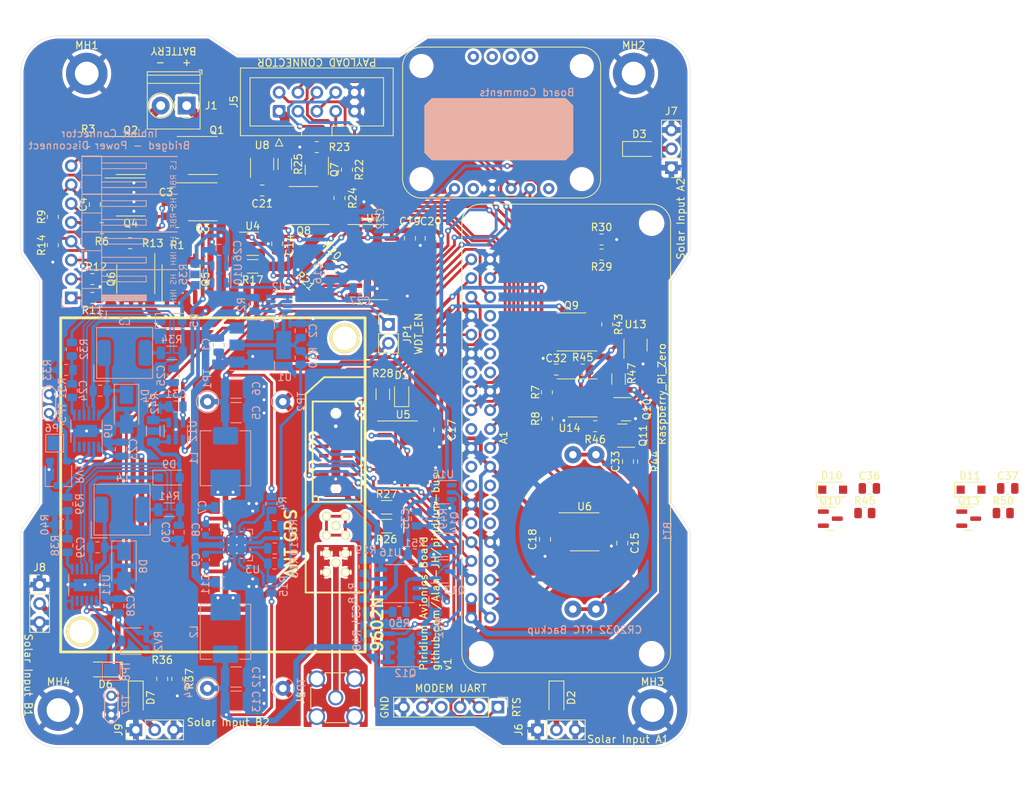
<source format=kicad_pcb>
(kicad_pcb (version 20211014) (generator pcbnew)
  (layers (0 "F.Cu" signal) (1 "In1.Cu" signal) (2 "In2.Cu" signal) (31 "B.Cu" signal) (34 "B.Paste" user) (35 "F.Paste" user) (36 "B.SilkS" user "B.Silkscreen") (37 "F.SilkS" user "F.Silkscreen") (38 "B.Mask" user) (39 "F.Mask" user) (44 "Edge.Cuts" user))
  (net 0 "")
  (net 1 "+3.3V")
  (net 2 "+5V")
  (net 3 "I2C_SDA")
  (net 4 "I2C_SCL")
  (net 5 "GND")
  (net 7 "UART_TX")
  (net 8 "UART_RX")
  (net 15 "SPI_MOSI")
  (net 16 "SPI_MISO")
  (net 18 "SPI_SCK")
  (net 19 "SPI_CE0")
  (net 20 "SPI_CE1")
  (net 25 "S_NET_AVAIL")
  (net 27 "ADC_CS")
  (net 28 "S_RING_INDICATOR")
  (net 29 "S_PAYLOAD_PWR")
  (net 30 "S_MODEM_ON_OFF")
  (net 31 "S_HANDSHAKE")
  (net 38 "+5VP")
  (net 39 "Net-(A3-Pad6)")
  (net 42 "UART_CTS")
  (net 43 "Net-(A3-Pad13)")
  (net 46 "/SUP_OUT")
  (net 47 "Net-(A3-Pad21)")
  (net 49 "unconnected-(A3-Pad24)")
  (net 50 "Net-(BT1-Pad1)")
  (net 51 "+BATT")
  (net 52 "+3.3VA")
  (net 53 "Net-(C3-Pad1)")
  (net 54 "Net-(C4-Pad2)")
  (net 55 "/5V LCL/POWER_IN")
  (net 56 "/A1L")
  (net 57 "Net-(D1-Pad2)")
  (net 58 "UART_RTS")
  (net 59 "Net-(C8-Pad1)")
  (net 60 "/PAYLOAD_PWR")
  (net 61 "Net-(JP1-Pad1)")
  (net 62 "/EN")
  (net 63 "/5VP LCL/POWER_IN")
  (net 64 "/A2H")
  (net 65 "Net-(C33-Pad1)")
  (net 66 "Net-(C35-Pad1)")
  (net 68 "Net-(Q10-Pad3)")
  (net 69 "Net-(Q9-Pad5)")
  (net 70 "GNDS")
  (net 71 "/V_IN_A")
  (net 72 "Net-(D2-Pad2)")
  (net 73 "Net-(D3-Pad2)")
  (net 74 "Net-(D6-Pad2)")
  (net 75 "Net-(D7-Pad2)")
  (net 76 "Net-(L3-Pad2)")
  (net 77 "Net-(L4-Pad2)")
  (net 78 "Net-(RV1-Pad2)")
  (net 79 "Net-(RV2-Pad2)")
  (net 80 "/V_IN_B")
  (net 81 "Net-(C23-Pad1)")
  (net 82 "Net-(C24-Pad1)")
  (net 83 "Net-(C8-Pad2)")
  (net 84 "/CHARGE_OUT")
  (net 85 "/I_OUT_A")
  (net 86 "/I_OUT_B")
  (net 90 "Net-(C9-Pad1)")
  (net 91 "Net-(C9-Pad2)")
  (net 92 "Net-(C10-Pad1)")
  (net 93 "Net-(C24-Pad2)")
  (net 94 "Net-(C25-Pad1)")
  (net 95 "Net-(C29-Pad2)")
  (net 96 "Net-(C28-Pad1)")
  (net 97 "Net-(C30-Pad1)")
  (net 98 "Net-(C29-Pad1)")
  (net 99 "Net-(J1-Pad1)")
  (net 100 "Net-(J1-Pad2)")
  (net 101 "/B1H")
  (net 102 "/B1L")
  (net 103 "/B2H")
  (net 104 "/B2L")
  (net 105 "/A1H")
  (net 106 "/A2L")
  (net 107 "Net-(Q5-Pad5)")
  (net 108 "Net-(Q6-Pad5)")
  (net 109 "Net-(Q7-Pad1)")
  (net 110 "Net-(Q7-Pad3)")
  (net 111 "Net-(Q8-Pad5)")
  (net 112 "Net-(Q10-Pad1)")
  (net 113 "TELEM_VBATV")
  (net 114 "Net-(Q11-Pad3)")
  (net 115 "Net-(Q12-Pad4)")
  (net 116 "Net-(Q12-Pad5)")
  (net 117 "Net-(Q13-Pad1)")
  (net 118 "TELEM_IBAT")
  (net 122 "TELEM_IPAYLOAD")
  (net 123 "Net-(Q14-Pad3)")
  (net 127 "Net-(R4-Pad2)")
  (net 128 "/5V LCL/OUT")
  (net 129 "/5V LCL/CIN1")
  (net 130 "Net-(R15-Pad2)")
  (net 131 "/5VP LCL/OUT")
  (net 132 "/5VP LCL/CIN1")
  (net 133 "Net-(R31-Pad1)")
  (net 134 "Net-(R31-Pad2)")
  (net 135 "Net-(R38-Pad1)")
  (net 136 "Net-(R38-Pad2)")
  (net 137 "Net-(R44-Pad1)")
  (net 138 "Net-(R49-Pad1)")
  (net 147 "Net-(U14-Pad6)")
  (net 148 "Net-(U13-Pad2)")
  (net 149 "Net-(U16-Pad6)")
  (net 150 "Net-(U15-Pad2)")
  (footprint "MountingHole:MountingHole_3.2mm_M3_DIN965_Pad" (layer "F.Cu") (at 110.49 55.88)
    (fp_text reference "MH1")
    (fp_text value "M3")
  )
  (footprint "MountingHole:MountingHole_3.2mm_M3_DIN965_Pad" (layer "F.Cu") (at 184.15 55.88)
    (fp_text reference "MH2")
    (fp_text value "M3")
  )
  (footprint "MountingHole:MountingHole_3.2mm_M3_DIN965_Pad" (layer "F.Cu") (at 186.69 141.61)
    (fp_text reference "MH3")
    (fp_text value "M3")
  )
  (footprint "MountingHole:MountingHole_3.2mm_M3_DIN965_Pad" (layer "F.Cu") (at 106.68 141.61)
    (fp_text reference "MH4")
    (fp_text value "M3")
  )
  (footprint "piridium-bus:BNO055" (layer "F.Cu") (at 166.37 62.484)
    (fp_text reference "A2")
    (fp_text value "BNO055")
  )
  (footprint "Connector_PinHeader_2.54mm:PinHeader_1x03_P2.54mm_Vertical" (layer "F.Cu") (at 189.23 68.565 180)
    (fp_text reference "J7")
    (fp_text value "IN2")
  )
  (footprint "Resistor_SMD:R_0805_2012Metric" (layer "F.Cu") (at 178.9665 103.378)
    (fp_text reference "R46")
    (fp_text value "10K")
  )
  (footprint "Capacitor_SMD:C_0805_2012Metric" (layer "F.Cu") (at 173.736 95.758 180)
    (fp_text reference "C32")
    (fp_text value "0.1uF")
  )
  (footprint "Connector_PinHeader_2.54mm:PinHeader_1x03_P2.54mm_Vertical" (layer "F.Cu") (at 117.109 144.272 90)
    (fp_text reference "J9")
    (fp_text value "IN2")
  )
  (footprint "Resistor_SMD:R_0805_2012Metric" (layer "F.Cu") (at 144.526 72.644 90)
    (fp_text reference "R24")
    (fp_text value "10K")
  )
  (footprint "Resistor_SMD:R_0805_2012Metric" (layer "F.Cu") (at 141.478 65.786 180)
    (fp_text reference "R23")
    (fp_text value "10K")
  )
  (footprint "Resistor_SMD:R_0805_2012Metric" (layer "F.Cu") (at 177.292 95.758)
    (fp_text reference "R45")
    (fp_text value "10K")
  )
  (footprint "Package_SO:SOIC-16_3.9x9.9mm_P1.27mm" (layer "F.Cu") (at 149.098 81.28)
    (fp_text reference "U7")
    (fp_text value "MCP3208")
  )
  (footprint "Connector_PinHeader_2.54mm:PinHeader_1x03_P2.54mm_Vertical" (layer "F.Cu") (at 104.14 124.729)
    (fp_text reference "J8")
    (fp_text value "IN1")
  )
  (footprint "Package_SO:SO-8_3.9x4.9mm_P1.27mm" (layer "F.Cu") (at 177.292 99.568)
    (fp_text reference "U14")
    (fp_text value "MAX4373F")
  )
  (footprint "Package_SO:SOIC-8_3.9x4.9mm_P1.27mm" (layer "F.Cu") (at 126.116 73.152)
    (fp_text reference "Q3")
    (fp_text value "DMP3015LSSQ")
  )
  (footprint "Resistor_SMD:R_0805_2012Metric" (layer "F.Cu") (at 185.42 108.138 -90)
    (fp_text reference "R44")
    (fp_text value "510K")
  )
  (footprint "LED_SMD:LED_0805_2012Metric" (layer "F.Cu") (at 152.908 99.06 90)
    (fp_text reference "D1")
    (fp_text value "LED")
  )
  (footprint "Capacitor_SMD:C_0805_2012Metric" (layer "F.Cu") (at 172.212 118.618 90)
    (fp_text reference "C18")
    (fp_text value "1uF")
  )
  (footprint "Connector_IDC:IDC-Header_2x05_P2.54mm_Vertical" (layer "F.Cu") (at 136.398 60.96 90)
    (fp_text reference "J5")
    (fp_text value "PAYLOAD")
  )
  (footprint "Resistor_SMD:R_1206_3216Metric" (layer "F.Cu") (at 182.118 97.028 90)
    (fp_text reference "R47")
    (fp_text value "10m")
  )
  (footprint "Diode_SMD:D_SOD-123" (layer "F.Cu") (at 117.094 139.954 -90)
    (fp_text reference "D7")
    (fp_text value "DFLS130L-7")
  )
  (footprint "Resistor_SMD:R_0805_2012Metric" (layer "F.Cu") (at 172.466 102.362 -90)
    (fp_text reference "R8")
    (fp_text value "4K")
  )
  (footprint "Package_SO:SOIC-8_3.9x4.9mm_P1.27mm" (layer "F.Cu") (at 116.402 66.914)
    (fp_text reference "Q2")
    (fp_text value "Si4186DY")
  )
  (footprint "Capacitor_SMD:C_0805_2012Metric" (layer "F.Cu") (at 154.024 78.076 -90)
    (fp_text reference "C19")
    (fp_text value "0.1uF")
  )
  (footprint "Capacitor_SMD:C_0805_2012Metric" (layer "F.Cu") (at 183.388 108.138 90)
    (fp_text reference "C33")
    (fp_text value "10uF")
  )
  (footprint "Package_SO:SOIC-8_3.9x4.9mm_P1.27mm" (layer "F.Cu") (at 139.7 73.66 180)
    (fp_text reference "Q8")
    (fp_text value "DMP3015LSSQ")
  )
  (footprint "Resistor_SMD:R_0805_2012Metric" (layer "F.Cu") (at 112.522 76.708 180)
    (fp_text reference "R6")
    (fp_text value "100R")
  )
  (footprint "Package_TO_SOT_SMD:SOT-23-5" (layer "F.Cu") (at 184.404 92.456 90)
    (fp_text reference "U13")
    (fp_text value "SN74LVC1G14DBV")
  )
  (footprint "Capacitor_SMD:C_0805_2012Metric" (layer "F.Cu") (at 234.54 111.76)
    (fp_text reference "C37")
    (fp_text value "0.1uF")
  )
  (footprint "Diode_SMD:D_SOD-123" (layer "F.Cu") (at 113.03 136.144 180)
    (fp_text reference "D6")
    (fp_text value "DFLS130L-7")
  )
  (footprint "Resistor_SMD:R_0805_2012Metric" (layer "F.Cu") (at 215.29 115.08)
    (fp_text reference "R45")
    (fp_text value "10K")
  )
  (footprint "Connector_PinHeader_2.54mm:PinHeader_1x02_P2.54mm_Vertical" (layer "F.Cu") (at 151.13 89.662)
    (fp_text reference "JP1")
    (fp_text value "WDT_EN")
  )
  (footprint "Resistor_SMD:R_1206_3216Metric" (layer "F.Cu") (at 150.876 116.84)
    (fp_text reference "R26")
    (fp_text value "22K")
  )
  (footprint "piridium-bus:Raspberry Pi Zero" (layer "F.Cu") (at 176.253 105.029)
    (fp_text reference "A1")
    (fp_text value "Raspberry_Pi_Zero")
  )
  (footprint "Resistor_SMD:R_0805_2012Metric" (layer "F.Cu") (at 120.65 137.414 90)
    (fp_text reference "R36")
    (fp_text value "75K")
  )
  (footprint "TerminalBlock_Phoenix:TerminalBlock_Phoenix_PT-1,5-2-3.5-H_1x02_P3.50mm_Horizontal" (layer "F.Cu") (at 123.952 60.198 180)
    (fp_text reference "J1")
    (fp_text value "EPS")
  )
  (footprint "Package_TO_SOT_SMD:SOT-23" (layer "F.Cu") (at 183.134 101.092)
    (fp_text reference "Q10")
    (fp_text value "2N7002")
  )
  (footprint "Package_TO_SOT_SMD:SOT-23" (layer "F.Cu") (at 141.478 68.834 -90)
    (fp_text reference "Q7")
    (fp_text value "2N7002")
  )
  (footprint "Diode_SMD:D_SOD-123F" (layer "F.Cu") (at 229.595 111.93)
    (fp_text reference "D11")
    (fp_text value "RB051MM-2Y")
  )
  (footprint "Resistor_SMD:R_0805_2012Metric" (layer "F.Cu") (at 172.466 98.806 -90)
    (fp_text reference "R7")
    (fp_text value "6K")
  )
  (footprint "Resistor_SMD:R_0805_2012Metric" (layer "F.Cu") (at 116.332 78.74 180)
    (fp_text reference "R13")
    (fp_text value "100R")
  )
  (footprint "Resistor_SMD:R_1206_3216Metric" (layer "F.Cu") (at 150.876 114.3)
    (fp_text reference "R27")
    (fp_text value "33K")
  )
  (footprint "Capacitor_SMD:C_0805_2012Metric" (layer "F.Cu") (at 182.626 119.126 -90)
    (fp_text reference "C15")
    (fp_text value "1uF")
  )
  (footprint "Package_SO:SOIC-8_3.9x4.9mm_P1.27mm" (layer "F.Cu") (at 123.19 83.566 90)
    (fp_text reference "Q5")
    (fp_text value "DMP3015LSSQ")
  )
  (footprint "Resistor_SMD:R_0805_2012Metric" (layer "F.Cu") (at 142.356765 80.888765 -45)
    (fp_text reference "R20")
    (fp_text value "200K")
  )
  (footprint "Resistor_SMD:R_0805_2012Metric" (layer "F.Cu") (at 179.832 78.232)
    (fp_text reference "R30")
    (fp_text value "10K")
  )
  (footprint "Resistor_SMD:R_1206_3216Metric" (layer "F.Cu") (at 150.368 99.06 90)
    (fp_text reference "R28")
    (fp_text value "10K")
  )
  (footprint "Resistor_SMD:R_0805_2012Metric" (layer "F.Cu") (at 111.252 83.566)
    (fp_text reference "R12")
    (fp_text value "100K")
  )
  (footprint "Package_SO:SOIC-8_3.9x4.9mm_P1.27mm" (layer "F.Cu") (at 116.402 72.502)
    (fp_text reference "Q4")
    (fp_text value "Si4186DY")
  )
  (footprint "Package_TO_SOT_SMD:SOT-23" (layer "F.Cu") (at 210.64 115.83)
    (fp_text reference "Q10")
    (fp_text value "2N7002")
  )
  (footprint "Connector_Coaxial:SMA_Amphenol_901-144_Vertical" (layer "F.Cu") (at 144.018 139.954 90)
    (fp_text reference "J4")
    (fp_text value "ANT")
  )
  (footprint "Resistor_SMD:R_0805_2012Metric" (layer "F.Cu") (at 110.687 65.009)
    (fp_text reference "R3")
    (fp_text value "100R")
  )
  (footprint "Package_TO_SOT_SMD:SOT-23-5" (layer "F.Cu") (at 132.842 78.806)
    (fp_text reference "U4")
    (fp_text value "INA180A3")
  )
  (footprint "Resistor_SMD:R_0805_2012Metric" (layer "F.Cu") (at 233.93 115.08)
    (fp_text reference "R50")
    (fp_text value "10K")
  )
  (footprint "Resistor_SMD:R_0805_2012Metric" (layer "F.Cu") (at 145.542 68.834 -90)
    (fp_text reference "R22")
    (fp_text value "100R")
  )
  (footprint "Connector_PinHeader_2.54mm:PinHeader_1x06_P2.54mm_Vertical" (layer "F.Cu") (at 165.862 141.224 -90)
    (fp_text reference "J3" hide)
    (fp_text value "MODEM UART")
  )
  (footprint "Diode_SMD:D_SOD-123" (layer "F.Cu") (at 173.751 139.954 -90)
    (fp_text reference "D2")
    (fp_text value "DFLS130L-7")
  )
  (footprint "Resistor_SMD:R_0805_2012Metric" (layer "F.Cu") (at 105.918 78.994 -90)
    (fp_text reference "R14")
    (fp_text value "100K")
  )
  (footprint "Package_SO:SOIC-8_3.9x4.9mm_P1.27mm" (layer "F.Cu") (at 175.768 90.678 180)
    (fp_text reference "Q9")
    (fp_text value "DMP3015LSSQ")
  )
  (footprint "Package_SO:SOIC-8_3.9x4.9mm_P1.27mm" (layer "F.Cu") (at 126.116 66.914)
    (fp_text reference "Q1")
    (fp_text value "DMP3015LSSQ")
  )
  (footprint "Resistor_SMD:R_1206_3216Metric" (layer "F.Cu") (at 132.842 81.854 180)
    (fp_text reference "R17")
    (fp_text value "4m")
  )
  (footprint "Capacitor_SMD:C_0805_2012Metric" (layer "F.Cu") (at 134.112 71.628)
    (fp_text reference "C21")
    (fp_text value "0.1uF")
  )
  (footprint "Resistor_SMD:R_0805_2012Metric" (layer "F.Cu") (at 122.682 77.358 180)
    (fp_text reference "R1")
    (fp_text value "100K")
  )
  (footprint "Package_SO:SOIC-14_3.9x8.7mm_P1.27mm" (layer "F.Cu") (at 153.10304 107.10726)
    (fp_text reference "U5")
    (fp_text value "74HC126")
  )
  (footprint "Capacitor_SMD:C_0805_2012Metric" (layer "F.Cu") (at 136.144 78.806 -90)
    (fp_text reference "C14")
    (fp_text value "0.1uF")
  )
  (footprint "Resistor_SMD:R_0805_2012Metric" (layer "F.Cu") (at 122.682 137.414 -90)
    (fp_text reference "R37")
    (fp_text value "10K")
  )
  (footprint "Package_TO_SOT_SMD:SOT-23" (layer "F.Cu") (at 182.626 104.648 180)
    (fp_text reference "Q11")
    (fp_text value "2N7002")
  )
  (footprint "Resistor_SMD:R_0805_2012Metric" (layer "F.Cu") (at 179.832 80.264 180)
    (fp_text reference "R29")
    (fp_text value "75K")
  )
  (footprint "Resistor_SMD:R_0805_2012Metric" (layer "F.Cu") (at 105.918 75.184 90)
    (fp_text reference "R9")
    (fp_text value "100K")
  )
  (footprint "Resistor_SMD:R_0805_2012Metric" (layer "F.Cu") (at 140.832765 82.412765 135)
    (fp_text reference "R21")
    (fp_text value "100K")
  )
  (footprint "Capacitor_SMD:C_0805_2012Metric" (layer "F.Cu") (at 111.576 73.518 90)
    (fp_text reference "C4")
    (fp_text value "0.1uF")
  )
  (footprint "Capacitor_SMD:C_0805_2012Metric" (layer "F.Cu") (at 157.988 103.886 -90)
    (fp_text reference "C17")
    (fp_text value "0.1uF")
  )
  (footprint "Package_TO_SOT_SMD:SOT-23" (layer "F.Cu") (at 229.28 115.83)
    (fp_text reference "Q13")
    (fp_text value "2N7002")
  )
  (footprint "Package_SO:SOIC-8_3.9x4.9mm_P1.27mm" (layer "F.Cu") (at 117.094 83.566 -90)
    (fp_text reference "Q6")
    (fp_text value "DMP3015LSSQ")
  )
  (footprint "Capacitor_SMD:C_0805_2012Metric" (layer "F.Cu") (at 215.9 111.76)
    (fp_text reference "C36")
    (fp_text value "0.1uF")
  )
  (footprint "Diode_SMD:D_SOD-123" (layer "F.Cu") (at 184.912 66.04)
    (fp_text reference "D3")
    (fp_text value "DFLS130L-7")
  )
  (footprint "Resistor_SMD:R_0805_2012Metric" (layer "F.Cu") (at 180.594 89.662 90)
    (fp_text reference "R43")
    (fp_text value "10K")
  )
  (footprint "Diode_SMD:D_SOD-123F" (layer "F.Cu") (at 210.955 111.93)
    (fp_text reference "D10")
    (fp_text value "RB051MM-2Y")
  )
  (footprint "Package_TO_SOT_SMD:SOT-23-5" (layer "F.Cu") (at 134.112 68.072 90)
    (fp_text reference "U8")
    (fp_text value "INA180A3")
  )
  (footprint "piridium-bus:9602" (layer "F.Cu") (at 147.97732 88.78116 -90)
    (fp_text reference "A3" hide)
    (fp_text value "9602N")
  )
  (footprint "Capacitor_SMD:C_0805_2012Metric" (layer "F.Cu") (at 121.29 74.168 -90)
    (fp_text reference "C3")
    (fp_text value "0.1uF")
  )
  (footprint "Connector_PinHeader_2.54mm:PinHeader_1x03_P2.54mm_Vertical" (layer "F.Cu") (at 171.211 144.272 90)
    (fp_text reference "J6")
    (fp_text value "IN1")
  )
  (footprint "Package_SO:SOIC-8_3.9x4.9mm_P1.27mm" (layer "F.Cu") (at 177.546 117.602)
    (fp_text reference "U6")
    (fp_text value "DS3232M")
  )
  (footprint "Resistor_SMD:R_0805_2012Metric" (layer "F.Cu") (at 111.252 86.106 180)
    (fp_text reference "R11")
    (fp_text value "100R")
  )
  (footprint "Capacitor_SMD:C_0805_2012Metric" (layer "F.Cu") (at 156.818 78.076 -90)
    (fp_text reference "C20")
    (fp_text value "10uF")
  )
  (footprint "Resistor_SMD:R_1206_3216Metric" (layer "F.Cu") (at 137.16 68.072 -90)
    (fp_text reference "R25")
    (fp_text value "4m")
  )
  (footprint "Package_SO:SO-8_3.9x4.9mm_P1.27mm" (layer "B.Cu") (at 152.654 124.587)
    (fp_text reference "U16")
    (fp_text value "MAX4373F")
  )
  (footprint "Resistor_SMD:R_0805_2012Metric" (layer "B.Cu") (at 108.4815 98.5945 -90)
    (fp_text reference "R31")
    (fp_text value "191K")
  )
  (footprint "Diode_SMD:D_SOD-123F" (layer "B.Cu") (at 121.6 110.302)
    (fp_text reference "D9")
    (fp_text value "RB051MM-2Y")
  )
  (footprint "Resistor_SMD:R_0805_2012Metric" (layer "B.Cu") (at 135.377 124.921 90)
    (fp_text reference "R15")
    (fp_text value "124K")
  )
  (footprint "Resistor_SMD:R_1206_3216Metric" (layer "B.Cu") (at 157.48 127 -90)
    (fp_text reference "R52")
    (fp_text value "10m")
  )
  (footprint "Package_TO_SOT_SMD:SOT-23" (layer "B.Cu") (at 158.496 122.936)
    (fp_text reference "Q13")
    (fp_text value "2N7002")
  )
  (footprint "Resistor_SMD:R_0805_2012Metric" (layer "B.Cu") (at 148.655 132.207 90)
    (fp_text reference "R48")
    (fp_text value "10K")
  )
  (footprint "Package_DFN_QFN:Texas_S-PVQFN-N16_EP2.7x2.7mm_ThermalVias" (layer "B.Cu") (at 130.7015 119.38)
    (fp_text reference "U3")
    (fp_text value "TPS54394RSAR")
  )
  (footprint "Resistor_SMD:R_1206_3216Metric" (layer "B.Cu") (at 125.288 82.9255 -90)
    (fp_text reference "R35")
    (fp_text value "4m")
  )
  (footprint "Capacitor_SMD:C_0805_2012Metric" (layer "B.Cu") (at 139.294 90.50625 90)
    (fp_text reference "C2")
    (fp_text value "0.1uF")
  )
  (footprint "Inductor_SMD:L_Abracon_ASPI-0630LR" (layer "B.Cu") (at 129.1775 131.064 -90)
    (fp_text reference "L2")
    (fp_text value "4.7uH")
  )
  (footprint "Resistor_SMD:R_0805_2012Metric" (layer "B.Cu") (at 107.884 113.858 90)
    (fp_text reference "R39")
    (fp_text value "147K")
  )
  (footprint "Capacitor_SMD:C_0805_2012Metric" (layer "B.Cu") (at 115.0855 106.4685 90)
    (fp_text reference "C23")
    (fp_text value "10uF")
  )
  (footprint "Resistor_SMD:R_1206_3216Metric" (layer "B.Cu") (at 119.446 104.03319 -90)
    (fp_text reference "R42")
    (fp_text value "4m")
  )
  (footprint "TestPoint:TestPoint_Pad_2.0x2.0mm" (layer "B.Cu") (at 106.172 105.664 180)
    (fp_text reference "TP6")
    (fp_text value "Vmpp")
  )
  (footprint "Resistor_SMD:R_0805_2012Metric" (layer "B.Cu") (at 154.686 120.65)
    (fp_text reference "R51")
    (fp_text value "10K")
  )
  (footprint "Resistor_SMD:R_0805_2012Metric" (layer "B.Cu") (at 107.122 116.652)
    (fp_text reference "R40")
    (fp_text value "97.6K")
  )
  (footprint "Package_SO:MSOP-12-1EP_3x4mm_P0.65mm_EP1.65x2.85mm" (layer "B.Cu") (at 110.17 124.78 90)
    (fp_text reference "U11")
    (fp_text value "LT3652EMSE")
  )
  (footprint "Package_TO_SOT_SMD:SOT-23-5" (layer "B.Cu") (at 158.496 112.268 180)
    (fp_text reference "U15")
    (fp_text value "SN74LVC1G14DBV")
  )
  (footprint "Capacitor_SMD:C_0603_1608Metric" (layer "B.Cu") (at 126.487 121.365 -90)
    (fp_text reference "C9")
    (fp_text value "0.1uF")
  )
  (footprint "Capacitor_SMD:C_1210_3225Metric" (layer "B.Cu") (at 130.6 101.553)
    (fp_text reference "C5")
    (fp_text value "22uF")
  )
  (footprint "Package_TO_SOT_SMD:SOT-23" (layer "B.Cu") (at 158.496 119.38 180)
    (fp_text reference "Q14")
    (fp_text value "2N7002")
  )
  (footprint "TestPoint:TestPoint_Loop_D2.50mm_Drill1.0mm" (layer "B.Cu") (at 126.746 138.684 90)
    (fp_text reference "TP4")
    (fp_text value "5VP")
  )
  (footprint "Package_SO:MSOP-12-1EP_3x4mm_P0.65mm_EP1.65x2.85mm" (layer "B.Cu") (at 110.4615 104.0265 90)
    (fp_text reference "U9")
    (fp_text value "LT3652EMSE")
  )
  (footprint "Capacitor_SMD:C_0805_2012Metric" (layer "B.Cu") (at 114.742 127.574 90)
    (fp_text reference "C28")
    (fp_text value "10uF")
  )
  (footprint "Capacitor_SMD:C_1210_3225Metric" (layer "B.Cu") (at 130.6 140.415)
    (fp_text reference "C13")
    (fp_text value "22uF")
  )
  (footprint "Capacitor_SMD:C_0603_1608Metric" (layer "B.Cu") (at 126.487 117.301 90)
    (fp_text reference "C8")
    (fp_text value "0.1uF")
  )
  (footprint "piridium-bus:Bourns PVG3A" (layer "B.Cu") (at 106.68 109.728)
    (fp_text reference "RV1")
    (fp_text value "100K")
  )
  (footprint "Capacitor_SMD:C_0805_2012Metric" (layer "B.Cu") (at 154.94 115.85581 90)
    (fp_text reference "C35")
    (fp_text value "10uF")
  )
  (footprint "Capacitor_SMD:C_0805_2012Metric" (layer "B.Cu") (at 128.773 124.413)
    (fp_text reference "C11")
    (fp_text value "10uF")
  )
  (footprint "Resistor_SMD:R_1206_3216Metric" (layer "B.Cu") (at 121.9435 93.5145 180)
    (fp_text reference "R34")
    (fp_text value "50m")
  )
  (footprint "Resistor_SMD:R_0805_2012Metric" (layer "B.Cu") (at 152.587428 128.397)
    (fp_text reference "R50")
    (fp_text value "10K")
  )
  (footprint "Inductor_SMD:L_Abracon_ASPI-0630LR" (layer "B.Cu") (at 129.1775 107.696 -90)
    (fp_text reference "L1")
    (fp_text value "4.7uH")
  )
  (footprint "Capacitor_SMD:C_0805_2012Metric" (layer "B.Cu") (at 128.27 92.456 -90)
    (fp_text reference "C1")
    (fp_text value "10uF")
  )
  (footprint "Diode_SMD:D_SOD-123F" (layer "B.Cu") (at 121.9435 89.1965)
    (fp_text reference "D5")
    (fp_text value "RB051MM-2Y")
  )
  (footprint "Capacitor_SMD:C_0805_2012Metric" (layer "B.Cu") (at 122.494 100.73119 180)
    (fp_text reference "C31")
    (fp_text value "0.1uF")
  )
  (footprint "Package_TO_SOT_SMD:SOT-23-5" (layer "B.Cu") (at 122.494 104.03319 90)
    (fp_text reference "U12")
    (fp_text value "INA180A3")
  )
  (footprint "Resistor_SMD:R_0805_2012Metric" (layer "B.Cu") (at 133.096 86.9715 90)
    (fp_text reference "R2")
    (fp_text value "100K")
  )
  (footprint "Capacitor_SMD:C_0805_2012Metric" (layer "B.Cu") (at 112.2915 98.5945 180)
    (fp_text reference "C24")
    (fp_text value "1uF")
  )
  (footprint "Inductor_SMD:L_AVX_LMLP07A7" (layer "B.Cu") (at 115.25 114.62)
    (fp_text reference "L4")
    (fp_text value "10uH")
  )
  (footprint "Resistor_SMD:R_0805_2012Metric" (layer "B.Cu") (at 147.8965 125.723 90)
    (fp_text reference "R18")
    (fp_text value "6K")
  )
  (footprint "Diode_SMD:D_SMA" (layer "B.Cu") (at 115.8475 101.1345 -90)
    (fp_text reference "D4")
    (fp_text value "CMSH3-40MA")
  )
  (footprint "Resistor_SMD:R_1206_3216Metric" (layer "B.Cu") (at 121.6 114.62 180)
    (fp_text reference "R41")
    (fp_text value "50m")
  )
  (footprint "Package_TO_SOT_SMD:SOT-223-3_TabPin2" (layer "B.Cu") (at 133.858 92.456)
    (fp_text reference "U1")
    (fp_text value "LM1117-3.3")
  )
  (footprint "Capacitor_SMD:C_0805_2012Metric" (layer "B.Cu") (at 122.87 117.668 -90)
    (fp_text reference "C30")
    (fp_text value "10uF")
  )
  (footprint "Capacitor_SMD:C_0805_2012Metric" (layer "B.Cu") (at 147.32 84.836)
    (fp_text reference "C27")
    (fp_text value "0.1uF")
  )
  (footprint "Resistor_SMD:R_0805_2012Metric" (layer "B.Cu") (at 107.7195 95.8005)
    (fp_text reference "R33")
    (fp_text value "97.6K")
  )
  (footprint "Capacitor_SMD:C_0805_2012Metric" (layer "B.Cu") (at 111.948 119.7 180)
    (fp_text reference "C29")
    (fp_text value "1uF")
  )
  (footprint "TestPoint:TestPoint_Pad_2.0x2.0mm" (layer "B.Cu") (at 113.792 136.398 90)
    (fp_text reference "TP8")
    (fp_text value "Vmpp")
  )
  (footprint "Resistor_SMD:R_0805_2012Metric" (layer "B.Cu") (at 108.4815 93.0065 90)
    (fp_text reference "R32")
    (fp_text value "147K")
  )
  (footprint "piridium-bus:CR2032-LINX-HLD-001-THM" (layer "B.Cu") (at 177.47 117.616 -90)
    (fp_text reference "BT1")
    (fp_text value "CR2032")
  )
  (footprint "TestPoint:TestPoint_2Pads_Pitch2.54mm_Drill0.8mm" (layer "B.Cu") (at 105.41 99.08 -90)
    (fp_text reference "TP5")
    (fp_text value "VIN")
  )
  (footprint "Resistor_SMD:R_0805_2012Metric" (layer "B.Cu") (at 147.8965 122.301 90)
    (fp_text reference "R19")
    (fp_text value "4K")
  )
  (footprint "Package_SO:SOIC-8_3.9x4.9mm_P1.27mm" (layer "B.Cu") (at 153.481 133.223)
    (fp_text reference "Q12")
    (fp_text value "DMP3015LSSQ")
  )
  (footprint "Resistor_SMD:R_0805_2012Metric" (layer "B.Cu") (at 156.972 115.85581 -90)
    (fp_text reference "R49")
    (fp_text value "510K")
  )
  (footprint "TestPoint:TestPoint_Loop_D2.50mm_Drill1.0mm" (layer "B.Cu") (at 136.906 100.076 -90)
    (fp_text reference "TP2")
    (fp_text value "GND")
  )
  (footprint "Capacitor_SMD:C_0805_2012Metric" (layer "B.Cu") (at 135.819 119.841)
    (fp_text reference "C10")
    (fp_text value "1uF")
  )
  (footprint "TestPoint:TestPoint_Loop_D2.50mm_Drill1.0mm" (layer "B.Cu") (at 126.746 100.076 90)
    (fp_text reference "TP1")
    (fp_text value "5V")
  )
  (footprint "Package_TO_SOT_SMD:SOT-23-8" (layer "B.Cu") (at 136.398 86.909)
    (fp_text reference "U2")
    (fp_text value "MAX6369")
  )
  (footprint "Resistor_SMD:R_0805_2012Metric" (layer "B.Cu") (at 135.7815 116.84)
    (fp_text reference "R5")
    (fp_text value "22.1K")
  )
  (footprint "Capacitor_SMD:C_0805_2012Metric" (layer "B.Cu") (at 149.031428 128.397 180)
    (fp_text reference "C34")
    (fp_text value "0.1uF")
  )
  (footprint "Capacitor_SMD:C_0805_2012Metric" (layer "B.Cu") (at 143.256 82.804 -90)
    (fp_text reference "C16")
    (fp_text value "0.1uF")
  )
  (footprint "Capacitor_SMD:C_1210_3225Metric" (layer "B.Cu") (at 130.6 98.251)
    (fp_text reference "C6")
    (fp_text value "22uF")
  )
  (footprint "Package_TO_SOT_SMD:SOT-23-5" (layer "B.Cu") (at 128.336 82.9255 90)
    (fp_text reference "U10")
    (fp_text value "INA180A3")
  )
  (footprint "Capacitor_SMD:C_1210_3225Metric" (layer "B.Cu") (at 130.6 137.16)
    (fp_text reference "C12")
    (fp_text value "22uF")
  )
  (footprint "Capacitor_SMD:C_0805_2012Metric" (layer "B.Cu") (at 122.174 96.5625 -90)
    (fp_text reference "C25")
    (fp_text value "10uF")
  )
  (footprint "TestPoint:TestPoint_Loop_D2.50mm_Drill1.0mm" (layer "B.Cu") (at 136.906 138.684 -90)
    (fp_text reference "TP3")
    (fp_text value "GND")
  )
  (footprint "Resistor_SMD:R_0805_2012Metric" (layer "B.Cu") (at 139.294 94.14675 -90)
    (fp_text reference "R10")
    (fp_text value "100K")
  )
  (footprint "Capacitor_SMD:C_0805_2012Metric" (layer "B.Cu") (at 148.336 75.438 90)
    (fp_text reference "C22")
    (fp_text value "0.1uF")
  )
  (footprint "TestPoint:TestPoint_2Pads_Pitch2.54mm_Drill0.8mm" (layer "B.Cu") (at 113.792 142.22 90)
    (fp_text reference "TP7")
    (fp_text value "VIN")
  )
  (footprint "Capacitor_SMD:C_0805_2012Metric" (layer "B.Cu") (at 128.336 79.6235 180)
    (fp_text reference "C26")
    (fp_text value "0.1uF")
  )
  (footprint "Connector_PinHeader_2.54mm:PinHeader_1x08_P2.54mm_Horizontal" (layer "B.Cu") (at 108.401 86.091)
    (fp_text reference "J2")
    (fp_text value "INHIBITS")
  )
  (footprint "Resistor_SMD:R_0805_2012Metric" (layer "B.Cu") (at 107.884 119.446 -90)
    (fp_text reference "R38")
    (fp_text value "191K")
  )
  (footprint "Resistor_SMD:R_0805_2012Metric" (layer "B.Cu") (at 135.7815 121.873)
    (fp_text reference "R16")
    (fp_text value "22.1K")
  )
  (footprint "Capacitor_SMD:C_0805_2012Metric" (layer "B.Cu") (at 128.6695 114.3)
    (fp_text reference "C7")
    (fp_text value "10uF")
  )
  (footprint "piridium-bus:Bourns PVG3A" (layer "B.Cu") (at 116.84 132.334 -90)
    (fp_text reference "RV2")
    (fp_text value "100K")
  )
  (footprint "Inductor_SMD:L_AVX_LMLP07A7" (layer "B.Cu") (at 115.5935 93.5145)
    (fp_text reference "L3")
    (fp_text value "10uH")
  )
  (footprint "Resistor_SMD:R_0805_2012Metric" (layer "B.Cu") (at 135.377 113.792 -90)
    (fp_text reference "R4")
    (fp_text value "124K")
  )
  (footprint "Diode_SMD:D_SMA" (layer "B.Cu") (at 115.504 122.24 -90)
    (fp_text reference "D8")
    (fp_text value "CMSH3-40MA")
  )
  (gr_line (start 109.982 77.216) (end 122.682 77.216) (layer "B.SilkS") (width 0.15))
  (gr_line (start 109.982 82.296) (end 122.682 82.296) (layer "B.SilkS") (width 0.15))
  (gr_line (start 109.982 72.136) (end 122.682 72.136) (layer "B.SilkS") (width 0.15))
  (gr_line (start 109.982 87.376) (end 122.682 87.376) (layer "B.SilkS") (width 0.15))
  (gr_line (start 109.982 67.056) (end 122.682 67.056) (layer "B.SilkS") (width 0.15))
  (gr_line (start 186.69 146.69) (end 166.37 146.69) (layer "Edge.Cuts") (width 0.05))
  (gr_arc (start 186.69 50.8) (mid 190.282102 52.287898) (end 191.77 55.88) (layer "Edge.Cuts") (width 0.05))
  (gr_line (start 127 146.69) (end 130.81 144.15) (layer "Edge.Cuts") (width 0.05))
  (gr_line (start 104.14 83.82) (end 104.14 113.67) (layer "Edge.Cuts") (width 0.05))
  (gr_line (start 191.77 117.48) (end 191.77 141.61) (layer "Edge.Cuts") (width 0.05))
  (gr_line (start 156.337 50.8) (end 186.69 50.8) (layer "Edge.Cuts") (width 0.05))
  (gr_line (start 130.81 53.34) (end 127 50.8) (layer "Edge.Cuts") (width 0.05))
  (gr_line (start 101.6 80.01) (end 101.6 55.88) (layer "Edge.Cuts") (width 0.05))
  (gr_line (start 191.77 80.01) (end 191.77 55.88) (layer "Edge.Cuts") (width 0.05))
  (gr_line (start 101.6 80.01) (end 104.14 83.82) (layer "Edge.Cuts") (width 0.05))
  (gr_arc (start 101.6 55.88) (mid 103.087898 52.287898) (end 106.68 50.8) (layer "Edge.Cuts") (width 0.05))
  (gr_line (start 152.527 53.34) (end 130.81 53.34) (layer "Edge.Cuts") (width 0.05))
  (gr_arc (start 106.68 146.69) (mid 103.087898 145.202102) (end 101.6 141.61) (layer "Edge.Cuts") (width 0.05))
  (gr_line (start 191.77 117.48) (end 189.23 113.67) (layer "Edge.Cuts") (width 0.05))
  (gr_arc (start 191.77 141.61) (mid 190.282102 145.202102) (end 186.69 146.69) (layer "Edge.Cuts") (width 0.05))
  (gr_line (start 189.23 113.67) (end 189.23 83.82) (layer "Edge.Cuts") (width 0.05))
  (gr_line (start 130.81 144.15) (end 162.56 144.15) (layer "Edge.Cuts") (width 0.05))
  (gr_line (start 104.14 113.67) (end 101.6 117.48) (layer "Edge.Cuts") (width 0.05))
  (gr_line (start 189.23 83.82) (end 191.77 80.01) (layer "Edge.Cuts") (width 0.05))
  (gr_line (start 162.56 144.15) (end 166.37 146.69) (layer "Edge.Cuts") (width 0.05))
  (gr_line (start 156.337 50.8) (end 152.527 53.34) (layer "Edge.Cuts") (width 0.05))
  (gr_line (start 106.68 50.8) (end 127 50.8) (layer "Edge.Cuts") (width 0.05))
  (gr_line (start 106.68 146.69) (end 127 146.69) (layer "Edge.Cuts") (width 0.05))
  (gr_line (start 101.6 117.48) (end 101.6 141.61) (layer "Edge.Cuts") (width 0.05))
  (gr_text "Inhibit Connector\nBridged - Power Disconnect" (at 113.538 64.77) (layer "B.SilkS") (effects (font (size 1 1)) (justify mirror)))
  (gr_text "HS INH" (at 122.174 79.756 90) (layer "B.SilkS") (effects (font (size 0.75 0.75) (thickness 0.1)) (justify mirror)))
  (gr_text "HS RBF" (at 122.174 74.676 90) (layer "B.SilkS") (effects (font (size 0.75 0.75) (thickness 0.1)) (justify mirror)))
  (gr_text "HS INH" (at 122.174 84.836 90) (layer "B.SilkS") (effects (font (size 0.75 0.75) (thickness 0.1)) (justify mirror)))
  (gr_text "CR2032 RTC Backup" (at 177.546 130.81) (layer "B.SilkS") (effects (font (size 1 1)) (justify mirror)))
  (gr_text "LS RBF" (at 122.174 69.596 90) (layer "B.SilkS") (effects (font (size 0.75 0.75) (thickness 0.1)) (justify mirror)))
  (gr_text "Board Comments" (at 176.276 58.42) (layer "B.SilkS") (effects (font (size 1 1)) (justify left mirror)))
  (gr_text "-" (at 120.396 54.356) (layer "F.SilkS") (effects (font (size 1 1))))
  (gr_text "RTS" (at 168.402 141.224 90) (layer "F.SilkS") (effects (font (size 1 1))))
  (gr_text "+" (at 123.952 54.356) (layer "F.SilkS") (effects (font (size 1 1))))
  (gr_text "GND" (at 150.622 141.224 90) (layer "F.SilkS") (effects (font (size 1 1))))
  (gr_text "PAYLOAD CONNECTOR" (at 141.478 54.356 180) (layer "F.SilkS") (effects (font (size 1 1))))
  (gr_text "Solar Input A1" (at 183.388 145.542) (layer "F.SilkS") (effects (font (size 1 1))))
  (gr_text "Solar Input A2" (at 190.5 75.438 90) (layer "F.SilkS") (effects (font (size 1 1))))
  (gr_text "Solar Input B1" (at 102.616 136.906 270) (layer "F.SilkS") (effects (font (size 1 1))))
  (gr_text "BATTERY" (at 122.202 52.832 180) (layer "F.SilkS") (effects (font (size 1 1))))
  (gr_text "Piridium Avionics Board\ngithub.com/Alan-JH/piridium-bus\nv1" (at 157.48 136.398 90) (layer "F.SilkS") (effects (font (size 1 1)) (justify left)))
  (gr_text "Solar Input B2" (at 129.54 143.256) (layer "F.SilkS") (effects (font (size 1 1))))
  (segment (start 126.111 71.247) (end 127.254 70.104) (width 0.508) (layer "F.Cu") (net 1))
  (segment (start 151.573 78.105) (end 151.573 76.835) (width 0.508) (layer "F.Cu") (net 1))
  (segment (start 132.408 67.6885) (end 133.162 66.9345) (width 0.508) (layer "F.Cu") (net 1))
  (segment (start 133.162 71.628) (end 132.408 70.874) (width 0.508) (layer "F.Cu") (net 1))
  (segment (start 133.162 77.0385) (end 133.9795 77.856) (width 0.508) (layer "F.Cu") (net 1))
  (segment (start 127.254 70.104) (end 132.334 70.104) (width 0.508) (layer "F.Cu") (net 1))
  (segment (start 154.024 77.126) (end 156.818 77.126) (width 0.508) (layer "F.Cu") (net 1))
  (segment (start 172.212 117.668) (end 172.404 117.668) (width 0.508) (layer "F.Cu") (net 1))
  (segment (start 151.573 76.835) (end 151.864 77.126) (width 0.508) (layer "F.Cu") (net 1))
  (segment (start 132.408 70.874) (end 132.408 70.178) (width 0.508) (layer "F.Cu") (net 1))
  (segment (start 157.644 77.126) (end 156.818 77.126) (width 0.508) (layer "F.Cu") (net 1))
  (segment (start 151.864 77.126) (end 154.024 77.126) (width 0.508) (layer "F.Cu") (net 1))
  (segment (start 126.111 86.233) (end 126.111 71.247) (width 0.508) (layer "F.Cu") (net 1))
  (segment (start 157.62674 103.29726) (end 157.988 102.936) (width 0.508) (layer "F.Cu") (net 1))
  (segment (start 123.444 97.536) (end 123.444 101.854) (width 0.508) (layer "F.Cu") (net 1))
  (segment (start 132.408 70.178) (end 132.408 67.6885) (width 0.508) (layer "F.Cu") (net 1))
  (segment (start 150.684 75.946) (end 151.573 76.835) (width 0.508) (layer "F.Cu") (net 1))
  (segment (start 133.162 71.628) (end 133.162 77.0385) (width 0.508) (layer "F.Cu") (net 1))
  (segment (start 172.212 117.668) (end 172.932 116.948) (width 0.508) (layer "F.Cu") (net 1))
  (segment (start 143.383 78.105) (end 145.542 75.946) (width 0.508) (layer "F.Cu") (net 1))
  (segment (start 164.823 108.839) (end 163.569 107.585) (width 0.508) (layer "F.Cu") (net 1))
  (segment (start 158.242 102.682) (end 157.988 102.936) (width 0.508) (layer "F.Cu") (net 1))
  (segment (start 132.334 70.104) (end 132.408 70.178) (width 0.508) (layer "F.Cu") (net 1))
  (segment (start 155.57804 103.29726) (end 157.05274 103.29726) (width 0.508) (layer "F.Cu") (net 1))
  (segment (start 158.242 77.724) (end 157.644 77.126) (width 0.508) (layer "F.Cu") (net 1))
  (segment (start 139.192 78.232) (end 138.816 77.856) (width 0.508) (layer "F.Cu") (net 1))
  (segment (start 162.770424 105.013) (end 160.065 105.013) (width 0.508) (layer "F.Cu") (net 1))
  (segment (start 160.065 105.013) (end 157.988 102.936) (width 0.508) (layer "F.Cu") (net 1))
  (segment (start 172.404 117.668) (end 173.091 116.981) (width 0.508) (layer "F.Cu") (net 1))
  (segment (start 157.05274 103.29726) (end 157.62674 103.29726) (width 0.508) (layer "F.Cu") (net 1))
  (segment (start 172.932 116.948) (end 164.823 108.839) (width 0.508) (layer "F.Cu") (net 1))
  (segment (start 163.569 107.585) (end 163.569 105.811576) (width 0.508) (layer "F.Cu") (net 1))
  (segment (start 138.816 77.856) (end 136.144 77.856) (width 0.508) (layer "F.Cu") (net 1))
  (segment (start 163.569 105.811576) (end 162.770424 105.013) (width 0.508) (layer "F.Cu") (net 1))
  (segment (start 173.091 116.981) (end 174.995 116.981) (width 0.508) (layer "F.Cu") (net 1))
  (segment (start 158.242 93.218) (end 158.242 102.682) (width 0.508) (layer "F.Cu") (net 1))
  (segment (start 123.698 97.282) (end 123.444 97.536) (width 0.508) (layer "F.Cu") (net 1))
  (segment (start 133.9795 77.856) (end 136.144 77.856) (width 0.508) (layer "F.Cu") (net 1))
  (segment (start 145.542 75.946) (end 150.684 75.946) (width 0.508) (layer "F.Cu") (net 1))
  (via (at 143.383 78.105) (size 0.8) (drill 0.4) (layers "F.Cu" "B.Cu") (net 1))
  (via (at 126.111 76.835) (size 0.8) (drill 0.4) (layers "F.Cu" "B.Cu") (net 1))
  (via (at 158.242 77.724) (size 0.8) (drill 0.4) (layers "F.Cu" "B.Cu") (net 1))
  (via (at 139.192 78.232) (size 0.8) (drill 0.4) (layers "F.Cu" "B.Cu") (net 1))
  (via (at 123.444 101.854) (size 0.8) (drill 0.4) (layers "F.Cu" "B.Cu") (net 1))
  (via (at 158.242 93.218) (size 0.8) (drill 0.4) (layers "F.Cu" "B.Cu") (net 1))
  (via (at 123.698 97.282) (size 0.8) (drill 0.4) (layers "F.Cu" "B.Cu") (net 1))
  (via (at 126.111 86.233) (size 0.8) (drill 0.4) (layers "F.Cu" "B.Cu") (net 1))
  (segment (start 129.4995 77.4295) (end 129.4995 79.41) (width 0.508) (layer "B.Cu") (net 1))
  (segment (start 164.823 129.159) (end 163.569 127.905) (width 0.508) (layer "B.Cu") (net 1))
  (segment (start 129.4995 79.41) (end 129.286 79.6235) (width 0.508) (layer "B.Cu") (net 1))
  (segment (start 158.242 77.724) (end 158.242 73.152) (width 0.508) (layer "B.Cu") (net 1))
  (segment (start 123.444 100.73119) (end 123.444 102.89569) (width 0.508) (layer "B.Cu") (net 1))
  (segment (start 143.256 78.232) (end 143.383 78.105) (width 0.508) (layer "B.Cu") (net 1))
  (segment (start 158.242 73.152) (end 160.02 71.374) (width 0.508) (layer "B.Cu") (net 1))
  (segment (start 163.569 110.093) (end 164.823 108.839) (width 0.508) (layer "B.Cu") (net 1))
  (segment (start 126.111 76.835) (end 128.905 76.835) (width 0.508) (layer "B.Cu") (net 1))
  (segment (start 124.714 87.63) (end 124.714 96.266) (width 0.508) (layer "B.Cu") (net 1))
  (segment (start 129.286 79.6235) (end 129.286 81.788) (width 0.508) (layer "B.Cu") (net 1))
  (segment (start 128.905 76.835) (end 129.4995 77.4295) (width 0.508) (layer "B.Cu") (net 1))
  (segment (start 163.569 127.905) (end 163.569 110.093) (width 0.508) (layer "B.Cu") (net 1))
  (segment (start 126.111 86.233) (end 124.714 87.63) (width 0.508) (layer "B.Cu") (net 1))
  (segment (start 139.192 78.232) (end 143.256 78.232) (width 0.508) (layer "B.Cu") (net 1))
  (segment (start 158.242 77.724) (end 158.242 93.218) (width 0.508) (layer "B.Cu") (net 1))
  (segment (start 124.714 96.266) (end 123.698 97.282) (width 0.508) (layer "B.Cu") (net 1))
  (segment (start 162.283 129.159) (end 162.283 126.619) (width 1.27) (layer "F.Cu") (net 2))
  (segment (start 179.867 98.933) (end 181.6755 98.933) (width 0.381) (layer "F.Cu") (net 2))
  (segment (start 184.2115 98.4905) (end 182.118 98.4905) (width 0.762) (layer "F.Cu") (net 2))
  (segment (start 181.6755 98.933) (end 182.118 98.4905) (width 0.381) (layer "F.Cu") (net 2))
  (via (at 184.2115 98.4905) (size 0.8) (drill 0.4) (layers "F.Cu" "B.Cu") (net 2))
  (segment (start 186.944 101.223) (end 186.944 125.476) (width 0.762) (layer "B.Cu") (net 2))
  (segment (start 186.944 125.476) (end 181.102 131.318) (width 0.762) (layer "B.Cu") (net 2))
  (segment (start 184.2115 98.4905) (end 186.944 101.223) (width 0.762) (layer "B.Cu") (net 2))
  (segment (start 164.442 131.318) (end 162.283 129.159) (width 0.762) (layer "B.Cu") (net 2))
  (segment (start 181.102 131.318) (end 164.442 131.318) (width 0.762) (layer "B.Cu") (net 2))
  (segment (start 167.64 71.060342) (end 152.967658 56.388) (width 0.381) (layer "F.Cu") (net 3))
  (segment (start 179.945 116.981) (end 180.961 116.981) (width 0.381) (layer "F.Cu") (net 3))
  (segment (start 170.942 106.426) (end 170.942 72.39) (width 0.381) (layer "F.Cu") (net 3))
  (segment (start 180.848 114.554) (end 179.07 114.554) (width 0.381) (layer "F.Cu") (net 3))
  (segment (start 170.657382 70.2215) (end 168.7925 70.2215) (width 0.381) (layer "F.Cu") (net 3))
  (segment (start 140.462 56.388) (end 138.938 57.912) (width 0.381) (layer "F.Cu") (net 3))
  (segment (start 152.967658 56.388) (end 140.462 56.388) (width 0.381) (layer "F.Cu") (net 3))
  (segment (start 167.64 71.374) (end 167.64 71.060342) (width 0.381) (layer "F.Cu") (net 3))
  (segment (start 179.183 116.981) (end 179.945 116.981) (width 0.381) (layer "F.Cu") (net 3))
  (segment (start 171.3325 71.9995) (end 171.3325 70.896618) (width 0.381) (layer "F.Cu") (net 3))
  (segment (start 180.961 116.981) (end 181.61 116.332) (width 0.381) (layer "F.Cu") (net 3))
  (segment (start 181.61 116.332) (end 181.61 115.316) (width 0.381) (layer "F.Cu") (net 3))
  (segment (start 181.61 115.316) (end 180.848 114.554) (width 0.381) (layer "F.Cu") (net 3))
  (segment (start 171.069 126.619) (end 177.038 120.65) (width 0.381) (layer "F.Cu") (net 3))
  (segment (start 177.038 120.65) (end 177.038 119.126) (width 0.381) (layer "F.Cu") (net 3))
  (segment (start 164.823 126.619) (end 171.069 126.619) (width 0.381) (layer "F.Cu") (net 3))
  (segment (start 168.7925 70.2215) (end 167.64 71.374) (width 0.381) (layer "F.Cu") (net 3))
  (segment (start 179.07 114.554) (end 170.942 106.426) (width 0.381) (layer "F.Cu") (net 3))
  (segment (start 170.942 72.39) (end 171.3325 71.9995) (width 0.381) (layer "F.Cu") (net 3))
  (segment (start 138.938 57.912) (end 138.938 58.42) (width 0.381) (layer "F.Cu") (net 3))
  (segment (start 171.3325 70.896618) (end 170.657382 70.2215) (width 0.381) (layer "F.Cu") (net 3))
  (segment (start 177.038 119.126) (end 179.183 116.981) (width 0.381) (layer "F.Cu") (net 3))
  (segment (start 170.18 71.374) (end 169.0275 72.5265) (width 0.381) (layer "F.Cu") (net 4))
  (segment (start 141.174668 56.969) (end 140.1785 57.965168) (width 0.381) (layer "F.Cu") (net 4))
  (segment (start 176.457 119.961) (end 172.339 124.079) (width 0.381) (layer "F.Cu") (net 4))
  (segment (start 140.1785 57.965168) (end 140.1785 59.2115) (width 0.381) (layer "F.Cu") (net 4))
  (segment (start 176.457 118.729618) (end 176.457 119.961) (width 0.381) (layer "F.Cu") (net 4))
  (segment (start 179.475618 115.711) (end 176.457 118.729618) (width 0.381) (layer "F.Cu") (net 4))
  (segment (start 140.1785 59.2115) (end 139.7 59.69) (width 0.381) (layer "F.Cu") (net 4))
  (segment (start 178.957 115.711) (end 179.475618 115.711) (width 0.381) (layer "F.Cu") (net 4))
  (segment (start 139.7 59.69) (end 137.668 59.69) (width 0.381) (layer "F.Cu") (net 4))
  (segment (start 166.927618 72.5265) (end 166.2525 71.851382) (width 0.381) (layer "F.Cu") (net 4))
  (segment (start 169.0275 72.5265) (end 166.927618 72.5265) (width 0.381) (layer "F.Cu") (net 4))
  (segment (start 137.668 59.69) (end 136.398 58.42) (width 0.381) (layer "F.Cu") (net 4))
  (segment (start 152.727 56.969) (end 141.174668 56.969) (width 0.381) (layer "F.Cu") (net 4))
  (segment (start 170.18 71.374) (end 170.18 106.934) (width 0.381) (layer "F.Cu") (net 4))
  (segment (start 170.18 106.934) (end 178.957 115.711) (width 0.381) (layer "F.Cu") (net 4))
  (segment (start 172.339 124.079) (end 164.823 124.079) (width 0.381) (layer "F.Cu") (net 4))
  (segment (start 166.2525 70.4945) (end 152.727 56.969) (width 0.381) (layer "F.Cu") (net 4))
  (segment (start 166.2525 71.851382) (end 166.2525 70.4945) (width 0.381) (layer "F.Cu") (net 4))
  (segment (start 144.018 104.902) (end 144.018 103.39964) (width 0.508) (layer "F.Cu") (net 5))
  (segment (start 135.062 70.8) (end 135.062 71.628) (width 0.508) (layer "F.Cu") (net 5))
  (segment (start 144.018 108.63126) (end 144.018 110.49) (width 0.508) (layer "F.Cu") (net 5))
  (segment (start 145.66338 104.82126) (end 144.09874 104.82126) (width 0.508) (layer "F.Cu") (net 5))
  (segment (start 144.018 108.63126) (end 144.018 104.902) (width 0.508) (layer "F.Cu") (net 5))
  (segment (start 145.66338 111.17126) (end 145.438779 110.946659) (width 0.508) (layer "F.Cu") (net 5))
  (segment (start 145.66338 111.17126) (end 145.979902 111.17126) (width 0.381) (layer "F.Cu") (net 5))
  (segment (start 155.57804 104.56726) (end 157.71926 104.56726) (width 0.508) (layer "F.Cu") (net 5))
  (segment (start 149.108642 114.3) (end 149.4135 114.3) (width 0.381) (layer "F.Cu") (net 5))
  (segment (start 144.02882 103.38882) (end 145.13638 102.28126) (width 0.508) (layer "F.Cu") (net 5))
  (segment (start 136.144 79.756) (end 135.194 78.806) (width 0.508) (layer "F.Cu") (net 5))
  (segment (start 144.018 103.39964) (end 144.02882 103.38882) (width 0.508) (layer "F.Cu") (net 5))
  (segment (start 145.979902 111.17126) (end 149.108642 114.3) (width 0.381) (layer "F.Cu") (net 5))
  (segment (start 112.1645 83.566) (end 112.1645 84.4785) (width 0.381) (layer "F.Cu") (net 5))
  (segment (start 143.966659 110.946659) (end 142.659641 110.946659) (width 0.508) (layer "F.Cu") (net 5))
  (segment (start 181.153 119.521) (end 181.981 119.521) (width 0.508) (layer "F.Cu") (net 5))
  (segment (start 172.786 95.758) (end 172.786 95.062) (width 0.508) (layer "F.Cu") (net 5))
  (segment (start 151.573 79.375) (end 153.675 79.375) (width 0.508) (layer "F.Cu") (net 5))
  (segment (start 183.388 107.188) (end 183.749394 107.188) (width 0.508) (layer "F.Cu") (net 5))
  (segment (start 150.62804 110.91726) (end 151.97274 110.91726) (width 0.381) (layer "F.Cu") (net 5))
  (segment (start 155.416 79.026) (end 156.818 79.026) (width 0.508) (layer "F.Cu") (net 5))
  (segment (start 144.018 110.895318) (end 143.966659 110.946659) (width 0.508) (layer "F.Cu") (net 5))
  (segment (start 172.786 95.062) (end 171.958 94.234) (width 0.508) (layer "F.Cu") (net 5))
  (segment (start 154.024 79.026) (end 155.416 79.026) (width 0.508) (layer "F.Cu") (net 5))
  (segment (start 180.7445 78.232) (end 181.864 78.232) (width 0.381) (layer "F.Cu") (net 5))
  (segment (start 134.935 78.806) (end 131.7045 78.806) (width 0.508) (layer "F.Cu") (net 5))
  (segment (start 134.112 69.85) (end 135.062 70.8) (width 0.508) (layer "F.Cu") (net 5))
  (segment (start 181.981 119.521) (end 182.55 120.09) (width 0.508) (layer "F.Cu") (net 5))
  (segment (start 135.194 78.806) (end 134.935 78.806) (width 0.508) (layer "F.Cu") (net 5))
  (segment (start 144.018 110.49) (end 144.018 110.895318) (width 0.508) (layer "F.Cu") (net 5))
  (segment (start 153.675 79.375) (end 154.024 79.026) (width 0.508) (layer "F.Cu") (net 5))
  (segment (start 144.09874 104.82126) (end 144.018 104.902) (width 0.508) (layer "F.Cu") (net 5))
  (segment (start 140.18753 81.76753) (end 139.65906 82.296) (width 0.381) (layer "F.Cu") (net 5))
  (segment (start 155.57804 109.64726) (end 155.57804 108.37726) (width 0.381) (layer "F.Cu") (net 5))
  (segment (start 183.749394 107.188) (end 184.765394 106.172) (width 0.508) (layer "F.Cu") (net 5))
  (segment (start 134.112 69.2095) (end 134.112 69.85) (width 0.508) (layer "F.Cu") (net 5))
  (segment (start 145.66338 108.63126) (end 144.018 108.63126) (width 0.508) (layer "F.Cu") (net 5))
  (segment (start 142.43504 103.55126) (end 143.86638 103.55126) (width 0.508) (layer "F.Cu") (net 5))
  (segment (start 157.71926 104.56726) (end 157.988 104.836) (width 0.508) (layer "F.Cu") (net 5))
  (segment (start 142.659641 110.946659) (end 142.43504 111.17126) (width 0.508) (layer "F.Cu") (net 5))
  (segment (start 179.945 119.521) (end 181.153 119.521) (width 0.508) (layer "F.Cu") (net 5))
  (segment (start 139.65906 82.296) (end 138.938 82.296) (width 0.381) (layer "F.Cu") (net 5))
  (segment (start 184.765394 104.899894) (end 183.5635 103.698) (width 0.508) (layer "F.Cu") (net 5))
  (segment (start 145.13638 102.28126) (end 145.66338 102.28126) (width 0.508) (layer "F.Cu") (net 5))
  (segment (start 184.765394 106.172) (end 184.765394 104.899894) (width 0.508) (layer "F.Cu") (net 5))
  (segment (start 184.155 55.885) (end 184.15 55.88) (width 1.27) (layer "F.Cu") (net 5))
  (segment (start 110.485 55.885) (end 110.49 55.88) (width 1.27) (layer "F.Cu") (net 5))
  (segment (start 112.1645 84.4785) (end 112.268 84.582) (width 0.381) (layer "F.Cu") (net 5))
  (segment (start 145.438779 110.946659) (end 143.966659 110.946659) (width 0.508) (layer "F.Cu") (net 5))
  (segment (start 155.57804 104.56726) (end 155.57804 105.83726) (width 0.381) (layer "F.Cu") (net 5))
  (segment (start 143.86638 103.55126) (end 144.018 103.39964) (width 0.508) (layer "F.Cu") (net 5))
  (via (at 138.938 82.296) (size 0.8) (drill 0.4) (layers "F.Cu" "B.Cu") (net 5))
  (via (at 112.268 84.582) (size 0.8) (drill 0.4) (layers "F.Cu" "B.Cu") (net 5))
  (via (at 134.366 98.044) (size 0.8) (drill 0.4) (layers "F.Cu" "B.Cu") (net 5))
  (via (at 181.864 78.232) (size 0.8) (drill 0.4) (layers "F.Cu" "B.Cu") (net 5))
  (via (at 132.842 93.98) (size 0.8) (drill 0.4) (layers "F.Cu" "B.Cu") (net 5))
  (via (at 132.334 113.792) (size 0.8) (drill 0.4) (layers "F.Cu" "B.Cu") (net 5))
  (via (at 148.082 129.794) (size 0.8) (drill 0.4) (layers "F.Cu" "B.Cu") (net 5))
  (via (at 127.3565 78.561766) (size 0.8) (drill 0.4) (layers "F.Cu" "B.Cu") (net 5))
  (via (at 122.494 103.82) (size 0.8) (drill 0.4) (layers "F.Cu" "B.Cu") (net 5))
  (via (at 144.02882 103.38882) (size 1) (drill 0.5) (layers "F.Cu" "B.Cu") (net 5))
  (via (at 172.212 120.904) (size 0.8) (drill 0.4) (layers "F.Cu" "B.Cu") (net 5))
  (via (at 153.67 85.852) (size 0.8) (drill 0.4) (layers "F.Cu" "B.Cu") (net 5))
  (via (at 112.395 104.013) (size 0.8) (drill 0.4) (layers "F.Cu" "B.Cu") (net 5))
  (via (at 105.41 109.22) (size 0.8) (drill 0.4) (layers "F.Cu" "B.Cu") (net 5))
  (via (at 185.42 94.996) (size 0.8) (drill 0.4) (layers "F.Cu" "B.Cu") (net 5))
  (via (at 110.4615 104.0265) (size 0.8) (drill 0.4) (layers "F.Cu" "B.Cu") (net 5))
  (via (at 122.682 139.7) (size 0.8) (drill 0.4) (layers "F.Cu" "B.Cu") (net 5))
  (via (at 116.84 71.882) (size 0.8) (drill 0.4) (layers "F.Cu" "B.Cu") (net 5))
  (via (at 134.366 140.716) (size 0.8) (drill 0.4) (layers "F.Cu" "B.Cu") (net 5))
  (via (at 134.935 78.806) (size 0.8) (drill 0.4) (layers "F.Cu" "B.Cu") (net 5))
  (via (at 136.694 118.4675) (size 0.8) (drill 0.4) (layers "F.Cu" "B.Cu") (net 5))
  (via (at 147.828 73.152) (size 0.8) (drill 0.4) (layers "F.Cu" "B.Cu") (net 5))
  (via (at 105.918 81.28) (size 0.8) (drill 0.4) (layers "F.Cu" "B.Cu") (net 5))
  (via (at 135.128 72.898) (size 0.8) (drill 0.4) (layers "F.Cu" "B.Cu") (net 5))
  (via (at 132.334 124.968) (size 0.8) (drill 0.4) (layers "F.Cu" "B.Cu") (net 5))
  (via (at 157.226 120.65) (size 0.8) (drill 0.4) (layers "F.Cu" "B.Cu") (net 5))
  (via (at 134.366 101.6) (size 0.8) (drill 0.4) (layers "F.Cu" "B.Cu") (net 5))
  (via (at 116.84 73.152) (size 0.8) (drill 0.4) (layers "F.Cu" "B.Cu") (net 5))
  (via (at 133.35 113.792) (size 0.8) (drill 0.4) (layers "F.Cu" "B.Cu") (net 5))
  (via (at 112.268 124.714) (size 0.8) (drill 0.4) (layers "F.Cu" "B.Cu") (net 5))
  (via (at 139.192 65.786) (size 0.8) (drill 0.4) (layers "F.Cu" "B.Cu") (net 5))
  (via (at 144.018 110.49) (size 0.8) (drill 0.4) (layers "F.Cu" "B.Cu") (net 5))
  (via (at 116.84 70.612) (size 0.8) (drill 0.4) (layers "F.Cu" "B.Cu") (net 5))
  (via (at 150.876 121.412) (size 0.8) (drill 0.4) (layers "F.Cu" "B.Cu") (net 5))
  (via (at 140.97 88.9) (size 0.8) (drill 0.4) (layers "F.Cu" "B.Cu") (net 5))
  (via (at 133.35 124.968) (size 0.8) (drill 0.4) (layers "F.Cu" "B.Cu") (net 5))
  (via (at 116.84 74.422) (size 0.8) (drill 0.4) (layers "F.Cu" "B.Cu") (net 5))
  (via (at 110.236 124.714) (size 0.8) (drill 0.4) (layers "F.Cu" "B.Cu") (net 5))
  (via (at 134.366 138.938) (size 0.8) (drill 0.4) (layers "F.Cu" "B.Cu") (net 5))
  (via (at 149.606 84.836) (size 0.8) (drill 0.4) (layers "F.Cu" "B.Cu") (net 5))
  (via (at 107.95 124.714) (size 0.8) (drill 0.4) (layers "F.Cu" "B.Cu") (net 5))
  (via (at 184.404 102.362) (size 0.8) (drill 0.4) (layers "F.Cu" "B.Cu") (net 5))
  (via (at 171.958 94.234) (size 0.8) (drill 0.4) (layers "F.Cu" "B.Cu") (net 5))
  (via (at 133.882753 86.841597) (size 0.8) (drill 0.4) (layers "F.Cu" "B.Cu") (net 5))
  (via (at 151.97274 110.91726) (size 0.8) (drill 0.4) (layers "F.Cu" "B.Cu") (net 5))
  (via (at 134.366 99.822) (size 0.8) (drill 0.4) (layers "F.Cu" "B.Cu") (net 5))
  (via (at 159.385 114.427) (size 0.8) (drill 0.4) (layers "F.Cu" "B.Cu") (net 5))
  (via (at 157.48 108.966) (size 0.8) (drill 0.4) (layers "F.Cu" "B.Cu") (net 5))
  (via (at 132.842 114.808) (size 0.8) (drill 0.4) (layers "F.Cu" "B.Cu") (net 5))
  (via (at 181.153 119.521) (size 0.8) (drill 0.4) (layers "F.Cu" "B.Cu") (net 5))
  (via (at 134.366 137.16) (size 0.8) (drill 0.4) (layers "F.Cu" "B.Cu") (net 5))
  (via (at 155.416 79.026) (size 0.8) (drill 0.4) (layers "F.Cu" "B.Cu") (net 5))
  (via (at 174.752 102.616) (size 0.8) (drill 0.4) (layers "F.Cu" "B.Cu") (net 5))
  (via (at 108.458 104.013) (size 0.8) (drill 0.4) (layers "F.Cu" "B.Cu") (net 5))
  (via (at 132.842 123.952) (size 0.8) (drill 0.4) (layers "F.Cu" "B.Cu") (net 5))
  (via (at 157.988 106.172) (size 0.8) (drill 0.4) (layers "F.Cu" "B.Cu") (net 5))
  (segment (start 128.336 80.5735) (end 127.386 79.6235) (width 0.508) (layer "B.Cu") (net 5))
  (segment (start 130.3765 117.4175) (end 130.3765 115.7495) (width 0.508) (layer "B.Cu") (net 5))
  (segment (start 154.94 114.90581) (end 155.8805 115.84631) (width 0.381) (layer "B.Cu") (net 5))
  (segment (start 122.494 105.17069) (end 122.494 103.82) (width 0.508) (layer "B.Cu") (net 5))
  (segment (start 122.494 101.68119) (end 121.544 100.73119) (width 0.508) (layer "B.Cu") (net 5))
  (segment (start 127.3565 78.561766) (end 127.386 78.591266) (width 0.508) (layer "B.Cu") (net 5))
  (segment (start 132.664 119.055) (end 133.910447 119.055) (width 0.508) (layer "B.Cu") (net 5))
  (segment (start 133.910447 119.055) (end 134.497947 118.4675) (width 0.508) (layer "B.Cu") (net 5))
  (segment (start 133.878597 86.841597) (end 133.096 86.059) (width 0.381) (layer "B.Cu") (net 5))
  (segment (start 108.8365 104.3915) (end 108.458 104.013) (width 0.381) (layer "B.Cu") (net 5))
  (segment (start 132.664 119.055) (end 132.1265 119.055) (width 0.508) (layer "B.Cu") (net 5))
  (segment (start 155.8805 115.84631) (end 157.96569 115.84631) (width 0.381) (layer "B.Cu") (net 5))
  (segment (start 130.3765 115.057) (end 129.6195 114.3) (width 0.508) (layer "B.Cu") (net 5))
  (segment (start 130.708 94.756) (end 129.62 94.756) (width 0.508) (layer "B.Cu") (net 5))
  (segment (start 136.694 118.4675) (end 136.694 116.84) (width 0.508) (layer "B.Cu") (net 5))
  (segment (start 134.497947 118.4675) (end 136.694 118.4675) (width 0.508) (layer "B.Cu") (net 5))
  (segment (start 133.882753 86.841597) (end 134.275156 87.234) (width 0.381) (layer "B.Cu") (net 5))
  (segment (start 128.336 84.063) (end 128.336 82.6715) (width 0.508) (layer "B.Cu") (net 5))
  (segment (start 122.494 103.82) (end 122.494 101.68119) (width 0.508) (layer "B.Cu") (net 5))
  (segment (start 130.3765 115.7495) (end 130.3765 115.057) (width 0.508) (layer "B.Cu") (net 5))
  (segment (start 128.336 82.6715) (end 128.336 80.5735) (width 0.508) (layer "B.Cu") (net 5))
  (segment (start 130.3765 121.3425) (end 130.3765 120.805) (width 0.508) (layer "B.Cu") (net 5))
  (segment (start 130.3765 121.3425) (end 130.3765 123.7595) (width 0.508) (layer "B.Cu") (net 5))
  (segment (start 157.96569 115.84631) (end 159.385 114.427) (width 0.381) (layer "B.Cu") (net 5))
  (segment (start 133.882753 86.841597) (end 133.878597 86.841597) (width 0.381) (layer "B.Cu") (net 5))
  (segment (start 127.386 78.591266) (end 127.386 79.6235) (width 0.508) (layer "B.Cu") (net 5))
  (segment (start 132.1265 119.055) (end 131.8015 119.38) (width 0.508) (layer "B.Cu") (net 5))
  (segment (start 129.62 94.756) (end 128.27 93.406) (width 0.508) (layer "B.Cu") (net 5))
  (segment (start 130.3765 117.4175) (end 130.3765 117.955) (width 0.508) (layer "B.Cu") (net 5))
  (segment (start 108.8365 106.1765) (end 108.8365 104.3915) (width 0.381) (layer "B.Cu") (net 5))
  (segment (start 136.694 121.92) (end 136.694 118.4675) (width 0.508) (layer "B.Cu") (net 5))
  (segment (start 130.3765 120.805) (end 130.7015 120.48) (width 0.508) (layer "B.Cu") (net 5))
  (segment (start 130.3765 117.955) (end 130.7015 118.28) (width 0.508) (layer "B.Cu") (net 5))
  (segment (start 159.385 114.427) (end 159.6335 114.1785) (width 0.381) (layer "B.Cu") (net 5))
  (segment (start 134.275156 87.234) (end 135.2605 87.234) (width 0.381) (layer "B.Cu") (net 5))
  (segment (start 130.3765 123.7595) (end 129.723 124.413) (width 0.508) (layer "B.Cu") (net 5))
  (segment (start 159.6335 114.1785) (end 159.6335 113.218) (width 0.381) (layer "B.Cu") (net 5))
  (segment (start 133.214 86.177) (end 133.096 86.059) (width 0.381) (layer "B.Cu") (net 5))
  (segment (start 161.0925 118.926436) (end 161.0925 120.3485) (width 0.381) (layer "F.Cu") (net 7))
  (segment (start 161.0925 122.7295) (end 162.283 121.539) (width 0.381) (layer "F.Cu") (net 7))
  (segment (start 161.0925 140.9135) (end 161.0925 122.7295) (width 0.381) (layer "F.Cu") (net 7))
  (segment (start 153.67 106.68) (end 153.67 111.503936) (width 0.381) (layer "F.Cu") (net 7))
  (segment (start 148.844 104.648) (end 150.5473 104.648) (width 0.381) (layer "F.Cu") (net 7))
  (segment (start 150.5473 104.648) (end 150.62804 104.56726) (width 0.381) (layer "F.Cu") (net 7))
  (segment (start 161.0925 120.3485) (end 162.283 121.539) (width 0.381) (layer "F.Cu") (net 7))
  (segment (start 153.67 111.503936) (end 161.0925 118.926436) (width 0.381) (layer "F.Cu") (net 7))
  (segment (start 160.782 141.224) (end 161.0925 140.9135) (width 0.381) (layer "F.Cu") (net 7))
  (via (at 153.67 106.68) (size 0.8) (drill 0.4) (layers "F.Cu" "B.Cu") (net 7))
  (via (at 148.844 104.648) (size 0.8) (drill 0.4) (layers "F.Cu" "B.Cu") (net 7))
  (segment (start 153.67 106.68) (end 151.638 104.648) (width 0.381) (layer "B.Cu") (net 7))
  (segment (start 151.638 104.648) (end 148.844 104.648) (width 0.381) (layer "B.Cu") (net 7))
  (segment (start 161.798 139.7) (end 163.322 141.224) (width 0.381) (layer "F.Cu") (net 8))
  (segment (start 161.780499 131.843501) (end 161.780499 138.920499) (width 0.381) (layer "F.Cu") (net 8))
  (segment (start 161.798 138.938) (end 161.798 139.7) (width 0.381) (layer "F.Cu") (net 8))
  (segment (start 162.283 118.999) (end 163.4735 120.1895) (width 0.381) (layer "F.Cu") (net 8))
  (segment (start 142.43504 108.63126) (end 141.05074 108.63126) (width 0.381) (layer "F.Cu") (net 8))
  (segment (start 141.05074 108.63126) (end 140.97 108.712) (width 0.381) (layer "F.Cu") (net 8))
  (segment (start 161.780499 138.920499) (end 161.798 138.938) (width 0.381) (layer "F.Cu") (net 8))
  (segment (start 163.4735 120.1895) (end 163.4735 130.1505) (width 0.381) (layer "F.Cu") (net 8))
  (segment (start 155.552 112.268) (end 162.283 118.999) (width 0.381) (layer "F.Cu") (net 8))
  (segment (start 163.4735 130.1505) (end 161.780499 131.843501) (width 0.381) (layer "F.Cu") (net 8))
  (via (at 140.97 108.712) (size 0.8) (drill 0.4) (layers "F.Cu" "B.Cu") (net 8))
  (via (at 155.552 112.268) (size 0.8) (drill 0.4) (layers "F.Cu" "B.Cu") (net 8))
  (segment (start 149.098 111.76) (end 146.05 108.712) (width 0.381) (layer "B.Cu") (net 8))
  (segment (start 155.044 111.76) (end 149.098 111.76) (width 0.381) (layer "B.Cu") (net 8))
  (segment (start 155.552 112.268) (end 155.044 111.76) (width 0.381) (layer "B.Cu") (net 8))
  (segment (start 146.05 108.712) (end 140.97 108.712) (width 0.381) (layer "B.Cu") (net 8))
  (segment (start 169.164 75.946) (end 169.164 101.958) (width 0.381) (layer "F.Cu") (net 15))
  (segment (start 156.747829 83.185) (end 151.573 83.185) (width 0.381) (layer "F.Cu") (net 15))
  (segment (start 160.994866 78.941744) (end 160.991085 78.941744) (width 0.381) (layer "F.Cu") (net 15))
  (segment (start 160.991085 78.941744) (end 156.747829 83.185) (width 0.381) (layer "F.Cu") (net 15))
  (segment (start 155.222 72.644) (end 146.558 63.98) (width 0.381) (layer "F.Cu") (net 15))
  (segment (start 167.005 73.787) (end 169.164 75.946) (width 0.381) (layer "F.Cu") (net 15))
  (segment (start 146.558 63.98) (end 146.558 63.246) (width 0.381) (layer "F.Cu") (net 15))
  (segment (start 165.862 72.644) (end 155.222 72.644) (width 0.381) (layer "F.Cu") (net 15))
  (segment (start 169.164 101.958) (end 164.823 106.299) (width 0.381) (layer "F.Cu") (net 15))
  (segment (start 167.005 73.787) (end 165.862 72.644) (width 0.381) (layer "F.Cu") (net 15))
  (via (at 146.558 63.246) (size 0.8) (drill 0.4) (layers "F.Cu" "B.Cu") (net 15))
  (via (at 167.005 73.787) (size 0.8) (drill 0.4) (layers "F.Cu" "B.Cu") (net 15))
  (via (at 160.994866 78.941744) (size 0.8) (drill 0.4) (layers "F.Cu" "B.Cu") (net 15))
  (segment (start 164.449914 78.941744) (end 167.005 76.386658) (width 0.381) (layer "B.Cu") (net 15))
  (segment (start 167.005 76.386658) (end 167.005 73.787) (width 0.381) (layer "B.Cu") (net 15))
  (segment (start 140.462 62.484) (end 138.938 60.96) (width 0.381) (layer "B.Cu") (net 15))
  (segment (start 145.796 62.484) (end 140.462 62.484) (width 0.381) (layer "B.Cu") (net 15))
  (segment (start 146.558 63.246) (end 145.796 62.484) (width 0.381) (layer "B.Cu") (net 15))
  (segment (start 160.994866 78.941744) (end 164.449914 78.941744) (width 0.381) (layer "B.Cu") (net 15))
  (segment (start 165.637687 73.901277) (end 164.96141 73.225) (width 0.381) (layer "F.Cu") (net 16))
  (segment (start 164.96141 73.225) (end 154.981342 73.225) (width 0.381) (layer "F.Cu") (net 16))
  (segment (start 168.583 99.999) (end 164.823 103.759) (width 0.381) (layer "F.Cu") (net 16))
  (segment (start 160.018116 77.979884) (end 160.018116 78.995884) (width 0.381) (layer "F.Cu") (net 16))
  (segment (start 157.099 81.915) (end 151.573 81.915) (width 0.381) (layer "F.Cu") (net 16))
  (segment (start 160.018116 78.995884) (end 157.099 81.915) (width 0.381) (layer "F.Cu") (net 16))
  (segment (start 142.748 59.69) (end 141.478 60.96) (width 0.381) (layer "F.Cu") (net 16))
  (segment (start 154.981342 73.225) (end 145.288 63.531658) (width 0.381) (layer "F.Cu") (net 16))
  (segment (start 144.502332 59.69) (end 142.748 59.69) (width 0.381) (layer "F.Cu") (net 16))
  (segment (start 168.583 76.889) (end 168.583 99.999) (width 0.381) (layer "F.Cu") (net 16))
  (segment (start 165.637687 73.901277) (end 165.637687 73.943687) (width 0.381) (layer "F.Cu") (net 16))
  (segment (start 145.288 63.531658) (end 145.288 60.475668) (width 0.381) (layer "F.Cu") (net 16))
  (segment (start 145.288 60.475668) (end 144.502332 59.69) (width 0.381) (layer "F.Cu") (net 16))
  (segment (start 165.637687 73.943687) (end 168.583 76.889) (width 0.381) (layer "F.Cu") (net 16))
  (via (at 165.637687 73.901277) (size 0.8) (drill 0.4) (layers "F.Cu" "B.Cu") (net 16))
  (via (at 160.018116 77.979884) (size 0.8) (drill 0.4) (layers "F.Cu" "B.Cu") (net 16))
  (segment (start 165.637687 76.932313) (end 165.637687 73.901277) (width 0.381) (layer "B.Cu") (net 16))
  (segment (start 164.590116 77.979884) (end 165.637687 76.932313) (width 0.381) (layer "B.Cu") (net 16))
  (segment (start 160.018116 77.979884) (end 164.590116 77.979884) (width 0.381) (layer "B.Cu") (net 16))
  (segment (start 168.002 98.04) (end 168.002 77.578) (width 0.381) (layer "F.Cu") (net 18))
  (segment (start 144.018 63.083316) (end 144.018 60.96) (width 0.381) (layer "F.Cu") (net 18))
  (segment (start 154.740684 73.806) (end 144.018 63.083316) (width 0.381) (layer "F.Cu") (net 18))
  (segment (start 164.719 74.295) (end 164.23 73.806) (width 0.381) (layer "F.Cu") (net 18))
  (segment (start 159.147727 77.072273) (end 159.147727 79.044615) (width 0.381) (layer "F.Cu") (net 18))
  (segment (start 159.147727 79.044615) (end 157.547342 80.645) (width 0.381) (layer "F.Cu") (net 18))
  (segment (start 164.823 101.219) (end 168.002 98.04) (width 0.381) (layer "F.Cu") (net 18))
  (segment (start 164.23 73.806) (end 154.740684 73.806) (width 0.381) (layer "F.Cu") (net 18))
  (segment (start 168.002 77.578) (end 164.719 74.295) (width 0.381) (layer "F.Cu") (net 18))
  (segment (start 157.547342 80.645) (end 151.573 80.645) (width 0.381) (layer "F.Cu") (net 18))
  (via (at 164.719 74.295) (size 0.8) (drill 0.4) (layers "F.Cu" "B.Cu") (net 18))
  (via (at 159.147727 77.072273) (size 0.8) (drill 0.4) (layers "F.Cu" "B.Cu") (net 18))
  (segment (start 164.662499 74.238499) (end 164.719 74.295) (width 0.381) (layer "B.Cu") (net 18))
  (segment (start 161.981501 74.238499) (end 164.662499 74.238499) (width 0.381) (layer "B.Cu") (net 18))
  (segment (start 159.147727 77.072273) (end 161.981501 74.238499) (width 0.381) (layer "B.Cu") (net 18))
  (segment (start 143.437 62.665) (end 142.9725 62.2005) (width 0.381) (layer "F.Cu") (net 19))
  (segment (start 163.4735 100.0285) (end 165.191842 100.0285) (width 0.381) (layer "F.Cu") (net 19))
  (segment (start 143.437 63.323974) (end 143.437 62.665) (width 0.381) (layer "F.Cu") (net 19))
  (segment (start 162.283 101.219) (end 163.4735 100.0285) (width 0.381) (layer "F.Cu") (net 19))
  (segment (start 167.421 97.799342) (end 167.421 79.791) (width 0.381) (layer "F.Cu") (net 19))
  (segment (start 167.421 79.791) (end 165.449501 77.819501) (width 0.381) (layer "F.Cu") (net 19))
  (segment (start 165.191842 100.0285) (end 167.421 97.799342) (width 0.381) (layer "F.Cu") (net 19))
  (segment (start 159.223 74.387) (end 154.500026 74.387) (width 0.381) (layer "F.Cu") (net 19))
  (segment (start 141.478 58.733658) (end 141.478 58.42) (width 0.381) (layer "F.Cu") (net 19))
  (segment (start 140.964168 62.2005) (end 140.208 61.444332) (width 0.381) (layer "F.Cu") (net 19))
  (segment (start 140.208 60.003658) (end 141.478 58.733658) (width 0.381) (layer "F.Cu") (net 19))
  (segment (start 165.449501 77.819501) (end 162.655501 77.819501) (width 0.381) (layer "F.Cu") (net 19))
  (segment (start 142.9725 62.2005) (end 140.964168 62.2005) (width 0.381) (layer "F.Cu") (net 19))
  (segment (start 162.655501 77.819501) (end 159.223 74.387) (width 0.381) (layer "F.Cu") (net 19))
  (segment (start 140.208 61.444332) (end 140.208 60.003658) (width 0.381) (layer "F.Cu") (net 19))
  (segment (start 154.500026 74.387) (end 143.437 63.323974) (width 0.381) (layer "F.Cu") (net 19))
  (segment (start 142.283368 62.992) (end 139.192 62.992) (width 0.381) (layer "F.Cu") (net 20))
  (segment (start 165.157122 97.4885) (end 166.84 95.805622) (width 0.381) (layer "F.Cu") (net 20))
  (segment (start 154.259368 74.968) (end 142.283368 62.992) (width 0.381) (layer "F.Cu") (net 20))
  (segment (start 165.208843 78.400501) (end 162.414843 78.400501) (width 0.381) (layer "F.Cu") (net 20))
  (segment (start 166.84 95.805622) (end 166.84 80.031658) (width 0.381) (layer "F.Cu") (net 20))
  (segment (start 158.982342 74.968) (end 154.259368 74.968) (width 0.381) (layer "F.Cu") (net 20))
  (segment (start 162.283 98.679) (end 163.4735 97.4885) (width 0.381) (layer "F.Cu") (net 20))
  (segment (start 166.84 80.031658) (end 165.208843 78.400501) (width 0.381) (layer "F.Cu") (net 20))
  (segment (start 163.4735 97.4885) (end 165.157122 97.4885) (width 0.381) (layer "F.Cu") (net 20))
  (segment (start 162.414843 78.400501) (end 158.982342 74.968) (width 0.381) (layer "F.Cu") (net 20))
  (via (at 139.192 62.992) (size 0.8) (drill 0.4) (layers "F.Cu" "B.Cu") (net 20))
  (segment (start 137.668 60.452) (end 138.4005 59.7195) (width 0.381) (layer "B.Cu") (net 20))
  (segment (start 142.7185 59.7195) (end 144.018 58.42) (width 0.381) (layer "B.Cu") (net 20))
  (segment (start 139.192 62.992) (end 137.668 61.468) (width 0.381) (layer "B.Cu") (net 20))
  (segment (start 138.4005 59.7195) (end 142.7185 59.7195) (width 0.381) (layer "B.Cu") (net 20))
  (segment (start 137.668 61.468) (end 137.668 60.452) (width 0.381) (layer "B.Cu") (net 20))
  (segment (start 152.848342 96.266) (end 147.1803 96.266) (width 0.381) (layer "F.Cu") (net 25))
  (segment (start 158.055342 91.059) (end 152.848342 96.266) (width 0.381) (layer "F.Cu") (net 25))
  (segment (start 147.1803 96.266) (end 142.43504 101.01126) (width 0.381) (layer "F.Cu") (net 25))
  (segment (start 162.283 91.059) (end 158.055342 91.059) (width 0.381) (layer "F.Cu") (net 25))
  (segment (start 162.874501 79.562501) (end 161.483499 79.562501) (width 0.381) (layer "F.Cu") (net 27))
  (segment (start 163.4735 84.6295) (end 163.4735 80.1615) (width 0.381) (layer "F.Cu") (net 27))
  (segment (start 161.483499 79.562501) (end 156.591 84.455) (width 0.381) (layer "F.Cu") (net 27))
  (segment (start 164.823 85.979) (end 163.4735 84.6295) (width 0.381) (layer "F.Cu") (net 27))
  (segment (start 156.591 84.455) (end 151.573 84.455) (width 0.381) (layer "F.Cu") (net 27))
  (segment (start 163.4735 80.1615) (end 162.874501 79.562501) (width 0.381) (layer "F.Cu") (net 27))
  (segment (start 162.617122 92.4085) (end 163.4735 91.552122) (width 0.381) (layer "F.Cu") (net 28))
  (segment (start 163.4735 87.1695) (end 162.283 85.979) (width 0.381) (layer "F.Cu") (net 28))
  (segment (start 157.5275 92.4085) (end 162.617122 92.4085) (width 0.381) (layer "F.Cu") (net 28))
  (segment (start 153.9985 95.9375) (end 157.5275 92.4085) (width 0.381) (layer "F.Cu") (net 28))
  (segment (start 147.32 101.854) (end 147.32 105.41) (width 0.381) (layer "F.Cu") (net 28))
  (segment (start 147.32 100.22126) (end 148.48126 99.06) (width 0.381) (layer "F.Cu") (net 28))
  (segment (start 153.9985 98.628965) (end 153.9985 95.9375) (width 0.381) (layer "F.Cu") (net 28))
  (segment (start 153.567465 99.06) (end 153.9985 98.628965) (width 0.381) (layer "F.Cu") (net 28))
  (segment (start 148.48126 99.06) (end 153.567465 99.06) (width 0.381) (layer "F.Cu") (net 28))
  (segment (start 146.63874 106.09126) (end 145.66338 106.09126) (width 0.381) (layer "F.Cu") (net 28))
  (segment (start 147.32 105.41) (end 146.63874 106.09126) (width 0.381) (layer "F.Cu") (net 28))
  (segment (start 163.4735 91.552122) (end 163.4735 87.1695) (width 0.381) (layer "F.Cu") (net 28))
  (via (at 147.32 101.854) (size 0.8) (drill 0.4) (layers "F.Cu" "B.Cu") (net 28))
  (via (at 147.32 100.22126) (size 0.8) (drill 0.4) (layers "F.Cu" "B.Cu") (net 28))
  (segment (start 147.32 100.22126) (end 147.32 101.854) (width 0.381) (layer "B.Cu") (net 28))
  (segment (start 166.259 80.272316) (end 164.968185 78.981501) (width 0.381) (layer "F.Cu") (net 29))
  (segment (start 162.174185 78.981501) (end 158.884684 75.692) (width 0.381) (layer "F.Cu") (net 29))
  (segment (start 158.884684 75.692) (end 151.4875 75.692) (width 0.381) (layer "F.Cu") (net 29))
  (segment (start 164.968185 78.981501) (end 162.174185 78.981501) (width 0.381) (layer "F.Cu") (net 29))
  (segment (start 164.823 83.439) (end 166.259 82.003) (width 0.381) (layer "F.Cu") (net 29))
  (segment (start 151.4875 75.692) (end 145.542 69.7465) (width 0.381) (layer "F.Cu") (net 29))
  (segment (start 166.259 82.003) (end 166.259 80.272316) (width 0.381) (layer "F.Cu") (net 29))
  (segment (start 140.1795 109.6995) (end 140.462 109.982) (width 0.381) (layer "F.Cu") (net 30))
  (segment (start 152.3385 116.84) (end 152.3385 114.3) (width 0.381) (layer "F.Cu") (net 30))
  (segment (start 142.43504 109.90126) (end 140.54274 109.90126) (width 0.381) (layer "F.Cu") (net 30))
  (segment (start 160.528 87.764684) (end 152.607684 95.685) (width 0.381) (layer "F.Cu") (net 30))
  (segment (start 145.615 95.685) (end 140.1795 101.1205) (width 0.381) (layer "F.Cu") (net 30))
  (segment (start 147.066 110.998) (end 148.844 112.776) (width 0.381) (layer "F.Cu") (net 30))
  (segment (start 148.844 112.776) (end 150.8145 112.776) (width 0.381) (layer "F.Cu") (net 30))
  (segment (start 162.283 83.439) (end 160.528 85.194) (width 0.381) (layer "F.Cu") (net 30))
  (segment (start 150.8145 112.776) (end 152.3385 114.3) (width 0.381) (layer "F.Cu") (net 30))
  (segment (start 140.1795 101.1205) (end 140.1795 109.6995) (width 0.381) (layer "F.Cu") (net 30))
  (segment (start 160.528 85.194) (end 160.528 87.764684) (width 0.381) (layer "F.Cu") (net 30))
  (segment (start 152.607684 95.685) (end 145.615 95.685) (width 0.381) (layer "F.Cu") (net 30))
  (segment (start 140.54274 109.90126) (end 140.462 109.982) (width 0.381) (layer "F.Cu") (net 30))
  (via (at 140.462 109.982) (size 0.8) (drill 0.4) (layers "F.Cu" "B.Cu") (net 30))
  (via (at 147.066 110.998) (size 1) (drill 0.5) (layers "F.Cu" "B.Cu") (net 30))
  (segment (start 140.817936 109.982) (end 141.325936 109.474) (width 0.381) (layer "B.Cu") (net 30))
  (segment (start 141.325936 109.474) (end 145.542 109.474) (width 0.381) (layer "B.Cu") (net 30))
  (segment (start 140.462 109.982) (end 140.817936 109.982) (width 0.381) (layer "B.Cu") (net 30))
  (segment (start 145.542 109.474) (end 147.066 110.998) (width 0.381) (layer "B.Cu") (net 30))
  (segment (start 136.906 87.884) (end 155.298 87.884) (width 0.381) (layer "F.Cu") (net 31))
  (segment (start 136.144 88.646) (end 136.906 87.884) (width 0.381) (layer "F.Cu") (net 31))
  (segment (start 155.298 87.884) (end 162.283 80.899) (width 0.381) (layer "F.Cu") (net 31))
  (via (at 136.144 88.646) (size 0.8) (drill 0.4) (layers "F.Cu" "B.Cu") (net 31))
  (segment (start 133.096 87.884) (end 134.2035 87.884) (width 0.381) (layer "B.Cu") (net 31))
  (segment (start 134.112 87.884) (end 135.2605 87.884) (width 0.381) (layer "B.Cu") (net 31))
  (segment (start 133.858 88.646) (end 133.096 87.884) (width 0.381) (layer "B.Cu") (net 31))
  (segment (start 136.144 88.646) (end 133.858 88.646) (width 0.381) (layer "B.Cu") (net 31))
  (segment (start 159.004 127) (end 159.004 126.4305) (width 0.762) (layer "F.Cu") (net 38))
  (segment (start 149.4135 116.84) (end 149.352 116.84) (width 0.762) (layer "F.Cu") (net 38))
  (segment (start 159.004 126.4305) (end 149.4135 116.84) (width 0.762) (layer "F.Cu") (net 38))
  (segment (start 149.352 116.84) (end 145.66338 113.15138) (width 0.762) (layer "F.Cu") (net 38))
  (segment (start 142.649481 112.655701) (end 145.448939 112.655701) (width 0.508) (layer "F.Cu") (net 38))
  (segment (start 145.66338 113.15138) (end 145.66338 112.44126) (width 0.762) (layer "F.Cu") (net 38))
  (segment (start 142.43504 112.44126) (end 142.649481 112.655701) (width 0.508) (layer "F.Cu") (net 38))
  (segment (start 145.448939 112.655701) (end 145.66338 112.44126) (width 0.508) (layer "F.Cu") (net 38))
  (via (at 159.004 127) (size 0.8) (drill 0.4) (layers "F.Cu" "B.Cu") (net 38))
  (segment (start 157.5415 125.5375) (end 159.004 127) (width 0.762) (layer "B.Cu") (net 38))
  (segment (start 157.1645 125.222) (end 157.48 125.5375) (width 0.381) (layer "B.Cu") (net 38))
  (segment (start 155.229 125.222) (end 157.1645 125.222) (width 0.381) (layer "B.Cu") (net 38))
  (segment (start 157.48 125.5375) (end 157.5415 125.5375) (width 0.762) (layer "B.Cu") (net 38))
  (segment (start 145.66338 109.90126) (end 146.75304 109.90126) (width 0.381) (layer "F.Cu") (net 39))
  (segment (start 149.29304 105.83726) (end 150.62804 105.83726) (width 0.381) (layer "F.Cu") (net 39))
  (segment (start 148.02304 107.10726) (end 149.29304 105.83726) (width 0.381) (layer "F.Cu") (net 39))
  (segment (start 146.75304 109.90126) (end 148.02304 108.63126) (width 0.381) (layer "F.Cu") (net 39))
  (segment (start 148.02304 108.63126) (end 148.02304 107.10726) (width 0.381) (layer "F.Cu") (net 39))
  (segment (start 159.9305 119.858158) (end 152.267342 112.195) (width 0.381) (layer "F.Cu") (net 42))
  (segment (start 141.05074 106.09126) (end 142.43504 106.09126) (width 0.381) (layer "F.Cu") (net 42))
  (segment (start 152.267342 112.195) (end 149.787 112.195) (width 0.381) (layer "F.Cu") (net 42))
  (segment (start 149.098 111.506) (end 149.098 110.417) (width 0.381) (layer "F.Cu") (net 42))
  (segment (start 155.702 141.224) (end 159.9305 136.9955) (width 0.381) (layer "F.Cu") (net 42))
  (segment (start 149.787 112.195) (end 149.098 111.506) (width 0.381) (layer "F.Cu") (net 42))
  (segment (start 159.9305 136.9955) (end 159.9305 119.858158) (width 0.381) (layer "F.Cu") (net 42))
  (via (at 149.098 110.417) (size 0.8) (drill 0.4) (layers "F.Cu" "B.Cu") (net 42))
  (via (at 141.05074 106.09126) (size 0.8) (drill 0.4) (layers "F.Cu" "B.Cu") (net 42))
  (segment (start 148.59 110.417) (end 149.098 110.417) (width 0.381) (layer "B.Cu") (net 42))
  (segment (start 143.09048 108.131) (end 146.304 108.131) (width 0.381) (layer "B.Cu") (net 42))
  (segment (start 146.304 108.131) (end 148.59 110.417) (width 0.381) (layer "B.Cu") (net 42))
  (segment (start 141.05074 106.09126) (end 143.09048 108.131) (width 0.381) (layer "B.Cu") (net 42))
  (segment (start 149.59511 109.20911) (end 148.60089 109.20911) (width 0.381) (layer "F.Cu") (net 43))
  (segment (start 141.02715 104.82126) (end 142.43504 104.82126) (width 0.381) (layer "F.Cu") (net 43))
  (segment (start 150.62804 109.64726) (end 150.03326 109.64726) (width 0.381) (layer "F.Cu") (net 43))
  (segment (start 150.03326 109.64726) (end 149.59511 109.20911) (width 0.381) (layer "F.Cu") (net 43))
  (via (at 141.02715 104.82126) (size 0.8) (drill 0.4) (layers "F.Cu" "B.Cu") (net 43))
  (via (at 148.60089 109.20911) (size 0.8) (drill 0.4) (layers "F.Cu" "B.Cu") (net 43))
  (segment (start 146.57978 107.188) (end 148.60089 109.20911) (width 0.381) (layer "B.Cu") (net 43))
  (segment (start 143.39389 107.188) (end 146.57978 107.188) (width 0.381) (layer "B.Cu") (net 43))
  (segment (start 141.02715 104.82126) (end 143.39389 107.188) (width 0.381) (layer "B.Cu") (net 43))
  (segment (start 151.83304 107.10726) (end 150.62804 107.10726) (width 0.381) (layer "F.Cu") (net 46))
  (segment (start 152.08704 106.85326) (end 151.83304 107.10726) (width 0.381) (layer "F.Cu") (net 46))
  (segment (start 148.8308 100.5225) (end 150.368 100.5225) (width 0.381) (layer "F.Cu") (net 46))
  (segment (start 150.62804 103.29726) (end 151.73954 103.29726) (width 0.381) (layer "F.Cu") (net 46))
  (segment (start 152.08704 103.64476) (end 152.08704 106.85326) (width 0.381) (layer "F.Cu") (net 46))
  (segment (start 148.34204 101.01126) (end 148.8308 100.5225) (width 0.381) (layer "F.Cu") (net 46))
  (segment (start 145.66338 101.01126) (end 148.34204 101.01126) (width 0.381) (layer "F.Cu") (net 46))
  (segment (start 148.34204 101.01126) (end 150.62804 103.29726) (width 0.381) (layer "F.Cu") (net 46))
  (segment (start 151.73954 103.29726) (end 152.08704 103.64476) (width 0.381) (layer "F.Cu") (net 46))
  (segment (start 144.04794 139.92406) (end 144.018 139.954) (width 0.762) (layer "F.Cu") (net 47))
  (segment (start 144.04794 121.78338) (end 144.04794 139.92406) (width 0.762) (layer "F.Cu") (net 47))
  (segment (start 142.77794 118.05212) (end 142.77794 115.51212) (width 0.381) (layer "F.Cu") (net 49))
  (segment (start 142.77794 115.51212) (end 145.3281 115.51212) (width 0.381) (layer "F.Cu") (net 49))
  (segment (start 145.3281 118.05212) (end 142.77794 118.05212) (width 0.381) (layer "F.Cu") (net 49))
  (segment (start 145.3281 115.51212) (end 145.3281 118.05212) (width 0.381) (layer "F.Cu") (net 49))
  (segment (start 184.074 112.22) (end 184.074 118.124) (width 0.508) (layer "F.Cu") (net 50))
  (segment (start 179.07 107.216) (end 184.074 112.22) (width 0.508) (layer "F.Cu") (net 50))
  (segment (start 179.07 128.016) (end 184.074 123.012) (width 0.508) (layer "F.Cu") (net 50))
  (segment (start 175.97 128.016) (end 179.07 128.016) (width 0.508) (layer "F.Cu") (net 50))
  (segment (start 184.074 118.124) (end 180.072 118.124) (width 0.508) (layer "F.Cu") (net 50))
  (segment (start 180.072 118.124) (end 180.006 118.19) (width 0.508) (layer "F.Cu") (net 50))
  (segment (start 175.97 107.216) (end 179.07 107.216) (width 0.508) (layer "F.Cu") (net 50))
  (segment (start 184.074 123.012) (end 184.074 118.124) (width 0.508) (layer "F.Cu") (net 50))
  (segment (start 134.3045 81.854) (end 137.602 81.854) (width 1.27) (layer "F.Cu") (net 51))
  (segment (start 141.71153 80.24353) (end 140.462 78.994) (width 0.381) (layer "F.Cu") (net 51))
  (segment (start 142.175 73.025) (end 142.175 75.565) (width 1.27) (layer "F.Cu") (net 51))
  (segment (start 137.602 81.854) (end 140.462 78.994) (width 1.27) (layer "F.Cu") (net 51))
  (segment (start 132.08 84.0785) (end 134.3045 81.854) (width 1.016) (layer "F.Cu") (net 51))
  (segment (start 142.175 77.281) (end 142.175 75.565) (width 1.27) (layer "F.Cu") (net 51))
  (segment (start 132.08 86.868) (end 132.08 84.0785) (width 1.016) (layer "F.Cu") (net 51))
  (segment (start 134.3045 80.081) (end 133.9795 79.756) (width 0.381) (layer "F.Cu") (net 51))
  (segment (start 130.81 88.138) (end 132.08 86.868) (width 1.016) (layer "F.Cu") (net 51))
  (segment (start 144.526 73.5565) (end 142.7065 73.5565) (width 0.381) (layer "F.Cu") (net 51))
  (segment (start 140.462 78.994) (end 142.175 77.281) (width 1.27) (layer "F.Cu") (net 51))
  (segment (start 142.7065 73.5565) (end 142.175 73.025) (width 0.381) (layer "F.Cu") (net 51))
  (segment (start 134.3045 81.854) (end 134.3045 80.081) (width 0.381) (layer "F.Cu") (net 51))
  (via (at 130.81 88.138) (size 1) (drill 0.5) (layers "F.Cu" "B.Cu") (net 51))
  (segment (start 130.708 90.156) (end 129.62 90.156) (width 0.508) (layer "B.Cu") (net 51))
  (segment (start 125.1135 119.38) (end 125.038 119.3045) (width 1.016) (layer "B.Cu") (net 51))
  (segment (start 125.1135 119.38) (end 128.6695 119.38) (width 0.762) (layer "B.Cu") (net 51))
  (segment (start 128.27 91.506) (end 126.558 91.506) (width 1.016) (layer "B.Cu") (net 51))
  (segment (start 128.524 88.138) (end 130.81 88.138) (width 1.016) (layer "B.Cu") (net 51))
  (segment (start 126.1295 124.46) (end 127.7195 124.46) (width 1.016) (layer "B.Cu") (net 51))
  (segment (start 125.038 119.3045) (end 125.038 98.736) (width 1.016) (layer "B.Cu") (net 51))
  (segment (start 125.1135 119.38) (end 125.1135 123.444) (width 1.016) (layer "B.Cu") (net 51))
  (segment (start 126.492 97.282) (end 126.492 91.44) (width 1.016) (layer "B.Cu") (net 51))
  (segment (start 129.62 90.156) (end 128.27 91.506) (width 0.508) (layer "B.Cu") (net 51))
  (segment (start 127.7195 114.3) (end 125.222 114.3) (width 0.762) (layer "B.Cu") (net 51))
  (segment (start 125.038 98.736) (end 126.492 97.282) (width 1.016) (layer "B.Cu") (net 51))
  (segment (start 125.1135 123.444) (end 126.1295 124.46) (width 1.016) (layer "B.Cu") (net 51))
  (segment (start 126.558 91.506) (end 126.492 91.44) (width 1.016) (layer "B.Cu") (net 51))
  (segment (start 126.492 91.44) (end 126.492 90.17) (width 1.016) (layer "B.Cu") (net 51))
  (segment (start 126.492 90.17) (end 128.524 88.138) (width 1.016) (layer "B.Cu") (net 51))
  (segment (start 141.1155 94.0785) (end 151.546929 94.0785) (width 0.508) (layer "F.Cu") (net 52))
  (segment (start 174.686 97.632) (end 174.717 97.663) (width 0.508) (layer "F.Cu") (net 52))
  (segment (start 176.3795 95.758) (end 177.038 96.4165) (width 0.508) (layer "F.Cu") (net 52))
  (segment (start 181.137884 93.164174) (end 182.983558 91.3185) (width 0.508) (layer "F.Cu") (net 52))
  (segment (start 174.686 95.754261) (end 174.686 95.758) (width 0.508) (layer "F.Cu") (net 52))
  (segment (start 174.686 95.758) (end 176.3795 95.758) (width 0.508) (layer "F.Cu") (net 52))
  (segment (start 171.732 84.725) (end 171.732 92.851185) (width 0.508) (layer "F.Cu") (net 52))
  (segment (start 140.97 93.933) (end 141.1155 94.0785) (width 0.508) (layer "F.Cu") (net 52))
  (segment (start 182.983558 91.3185) (end 183.454 91.3185) (width 0.508) (layer "F.Cu") (net 52))
  (segment (start 171.732 92.851185) (end 172.260815 93.38) (width 0.508) (layer "F.Cu") (net 52))
  (segment (start 151.546929 94.0785) (end 159.694432 85.930997) (width 0.508) (layer "F.Cu") (net 52))
  (segment (start 172.311739 93.38) (end 174.686 95.754261) (width 0.508) (layer "F.Cu") (net 52))
  (segment (start 174.686 95.758) (end 174.686 97.632) (width 0.508) (layer "F.Cu") (net 52))
  (segment (start 177.038 97.282) (end 177.038 102.362) (width 0.508) (layer "F.Cu") (net 52))
  (segment (start 172.260815 93.38) (end 172.311739 93.38) (width 0.508) (layer "F.Cu") (net 52))
  (segment (start 177.038 102.362) (end 178.054 103.378) (width 0.508) (layer "F.Cu") (net 52))
  (segment (start 159.694432 85.930997) (end 159.738 85.930997) (width 0.508) (layer "F.Cu") (net 52))
  (segment (start 177.038 96.4165) (end 177.038 97.282) (width 0.508) (layer "F.Cu") (net 52))
  (via (at 159.738 85.930997) (size 0.8) (drill 0.4) (layers "F.Cu" "B.Cu") (net 52))
  (via (at 177.038 97.282) (size 0.8) (drill 0.4) (layers "F.Cu" "B.Cu") (net 52))
  (via (at 181.137884 93.164174) (size 0.8) (drill 0.4) (layers "F.Cu" "B.Cu") (net 52))
  (via (at 171.732 84.725) (size 0.8) (drill 0.4) (layers "F.Cu" "B.Cu") (net 52))
  (via (at 151.692429 93.933) (size 0.8) (drill 0.4) (layers "F.Cu" "B.Cu") (net 52))
  (via (at 140.97 93.933) (size 0.8) (drill 0.4) (layers "F.Cu" "B.Cu") (net 52))
  (segment (start 157.3585 111.318) (end 157.3585 111.701315) (width 0.508) (layer "B.Cu") (net 52))
  (segment (start 136.793973 86.584) (end 136.398 86.979973) (width 0.381) (layer "B.Cu") (net 52))
  (segment (start 150.538185 126.492) (end 152.146 124.884185) (width 0.508) (layer "B.Cu") (net 52))
  (segment (start 159.004 101.346503) (end 159.004 109.6725) (width 0.508) (layer "B.Cu") (net 52))
  (segment (start 181.137884 93.182116) (end 177.038 97.282) (width 0.508) (layer "B.Cu") (net 52))
  (segment (start 139.294 93.23425) (end 139.99275 93.933) (width 0.508) (layer "B.Cu") (net 52))
  (segment (start 152.146 122.2775) (end 153.7735 120.65) (width 0.508) (layer "B.Cu") (net 52))
  (segment (start 139.99275 93.933) (end 140.97 93.933) (width 0.508) (layer "B.Cu") (net 52))
  (segment (start 181.137884 93.164174) (end 181.137884 93.182116) (width 0.508) (layer "B.Cu") (net 52))
  (segment (start 151.674928 128.397) (end 149.981428 128.397) (width 0.508) (layer "B.Cu") (net 52))
  (segment (start 154.587204 113.538) (end 153.761 114.364204) (width 0.508) (layer "B.Cu") (net 52))
  (segment (start 138.364 92.456) (end 139.294 91.526) (width 0.508) (layer "B.Cu") (net 52))
  (segment (start 135.2605 85.934) (end 137.5355 85.934) (width 0.381) (layer "B.Cu") (net 52))
  (segment (start 139.14225 93.23425) (end 138.364 92.456) (width 0.381) (layer "B.Cu") (net 52))
  (segment (start 136.398 86.979973) (end 136.398 87.488027) (width 0.381) (layer "B.Cu") (net 52))
  (segment (start 157.3585 111.701315) (end 155.521815 113.538) (width 0.508) (layer "B.Cu") (net 52))
  (segment (start 150.079 126.492) (end 150.538185 126.492) (width 0.508) (layer "B.Cu") (net 52))
  (segment (start 149.981428 126.589572) (end 150.079 126.492) (width 0.508) (layer "B.Cu") (net 52))
  (segment (start 159.004 109.6725) (end 157.3585 111.318) (width 0.508) (layer "B.Cu") (net 52))
  (segment (start 139.294 91.526) (end 139.294 91.45625) (width 0.508) (layer "B.Cu") (net 52))
  (segment (start 171.732 84.725) (end 160.943997 84.725) (width 0.508) (layer "B.Cu") (net 52))
  (segment (start 136.793973 87.884) (end 137.5355 87.884) (width 0.381) (layer "B.Cu") (net 52))
  (segment (start 153.761 114.364204) (end 153.761 120.6375) (width 0.508) (layer "B.Cu") (net 52))
  (segment (start 151.692429 93.933) (end 151.692429 94.034932) (width 0.508) (layer "B.Cu") (net 52))
  (segment (start 151.692429 94.034932) (end 159.004 101.346503) (width 0.508) (layer "B.Cu") (net 52))
  (segment (start 155.521815 113.538) (end 154.587204 113.538) (width 0.508) (layer "B.Cu") (net 52))
  (segment (start 160.943997 84.725) (end 159.738 85.930997) (width 0.508) (layer "B.Cu") (net 52))
  (segment (start 139.294 93.23425) (end 139.14225 93.23425) (width 0.381) (layer "B.Cu") (net 52))
  (segment (start 153.761 120.6375) (end 153.7735 120.65) (width 0.508) (layer "B.Cu") (net 52))
  (segment (start 137.008 93.513) (end 137.008 88.4655) (width 0.508) (layer "B.Cu") (net 52))
  (segment (start 137.5355 86.584) (end 136.793973 86.584) (width 0.381) (layer "B.Cu") (net 52))
  (segment (start 137.5355 85.934) (end 137.5355 86.584) (width 0.381) (layer "B.Cu") (net 52))
  (segment (start 149.981428 128.397) (end 149.981428 126.589572) (width 0.508) (layer "B.Cu") (net 52))
  (segment (start 137.008 88.4655) (end 137.5355 87.938) (width 0.508) (layer "B.Cu") (net 52))
  (segment (start 152.146 124.884185) (end 152.146 122.2775) (width 0.508) (layer "B.Cu") (net 52))
  (segment (start 136.398 87.488027) (end 136.793973 87.884) (width 0.381) (layer "B.Cu") (net 52))
  (segment (start 130.708 92.456) (end 137.008 92.456) (width 0.508) (layer "B.Cu") (net 52))
  (segment (start 137.008 92.456) (end 138.364 92.456) (width 0.508) (layer "B.Cu") (net 52))
  (segment (start 108.914832 77.2305) (end 107.052 77.2305) (width 0.381) (layer "F.Cu") (net 53))
  (segment (start 123.641 71.247) (end 123.641 73.787) (width 1.016) (layer "F.Cu") (net 53))
  (segment (start 121.92 69.85) (end 121.92 68.326) (width 1.016) (layer "F.Cu") (net 53))
  (segment (start 112.185332 77.957168) (end 109.6415 77.957168) (width 0.381) (layer "F.Cu") (net 53))
  (segment (start 120.284 76.708) (end 113.4345 76.708) (width 0.381) (layer "F.Cu") (net 53))
  (segment (start 120.645837 73.862163) (end 121.29 73.218) (width 0.381) (layer "F.Cu") (net 53))
  (segment (start 120.65 76.342) (end 120.284 76.708) (width 0.381) (layer "F.Cu") (net 53))
  (segment (start 109.6415 77.957168) (end 108.914832 77.2305) (width 0.381) (layer "F.Cu") (net 53))
  (segment (start 121.29 73.218) (end 123.072 73.218) (width 0.381) (layer "F.Cu") (net 53))
  (segment (start 123.641 67.549) (end 123.641 65.009) (width 1.016) (layer "F.Cu") (net 53))
  (segment (start 121.92 68.326) (end 122.697 67.549) (width 1.016) (layer "F.Cu") (net 53))
  (segment (start 123.641 71.247) (end 123.317 71.247) (width 1.016) (layer "F.Cu") (net 53))
  (segment (start 123.317 71.247) (end 121.92 69.85) (width 1.016) (layer "F.Cu") (net 53))
  (segment (start 107.052 77.2305) (end 105.918 76.0965) (width 0.381) (layer "F.Cu") (net 53))
  (segment (start 113.4345 76.708) (end 112.185332 77.957168) (width 0.381) (layer "F.Cu") (net 53))
  (segment (start 123.072 73.218) (end 123.641 73.787) (width 0.381) (layer "F.Cu") (net 53))
  (segment (start 120.645837 74.035513) (end 120.645837 73.862163) (width 0.381) (layer "F.Cu") (net 53))
  (segment (start 122.697 67.549) (end 123.641 67.549) (width 1.016) (layer "F.Cu") (net 53))
  (via (at 120.645837 74.035513) (size 0.8) (drill 0.4) (layers "F.Cu" "B.Cu") (net 53))
  (via (at 120.65 76.342) (size 0.8) (drill 0.4) (layers "F.Cu" "B.Cu") (net 53))
  (segment (start 120.65 76.342) (end 120.65 74.039676) (width 0.381) (layer "B.Cu") (net 53))
  (segment (start 120.65 74.039676) (end 120.645837 74.035513) (width 0.381) (layer "B.Cu") (net 53))
  (segment (start 112.014 69.297) (end 112.014 68.326) (width 1.016) (layer "F.Cu") (net 54))
  (segment (start 113.927 70.597) (end 113.314 70.597) (width 1.016) (layer "F.Cu") (net 54))
  (segment (start 105.202696 78.9845) (end 104.648 78.429804) (width 0.381) (layer "F.Cu") (net 54))
  (segment (start 106.9245 78.9845) (end 105.202696 78.9845) (width 0.381) (layer "F.Cu") (net 54))
  (segment (start 108.855832 69.5515) (end 111.576 72.271668) (width 0.381) (layer "F.Cu") (net 54))
  (segment (start 111.576 72.568) (end 113.804 72.568) (width 0.381) (layer "F.Cu") (net 54))
  (segment (start 112.791 67.549) (end 113.927 67.549) (width 1.016) (layer "F.Cu") (net 54))
  (segment (start 112.1645 64.77) (end 114.492 64.77) (width 0.381) (layer "F.Cu") (net 54))
  (segment (start 113.804 72.568) (end 113.927 72.691) (width 0.381) (layer "F.Cu") (net 54))
  (segment (start 113.927 73.137) (end 113.927 70.597) (width 1.016) (layer "F.Cu") (net 54))
  (segment (start 104.648 78.429804) (end 104.648 71.374) (width 0.381) (layer "F.Cu") (net 54))
  (segment (start 113.314 70.597) (end 112.014 69.297) (width 1.016) (layer "F.Cu") (net 54))
  (segment (start 121.6575 77.47) (end 114.3 77.47) (width 0.381) (layer "F.Cu") (net 54))
  (segment (start 106.4705 69.5515) (end 108.855832 69.5515) (width 0.381) (layer "F.Cu") (net 54))
  (segment (start 107.6515 79.7115) (end 106.9245 78.9845) (width 0.381) (layer "F.Cu") (net 54))
  (segment (start 112.014 68.326) (end 112.791 67.549) (width 1.016) (layer "F.Cu") (net 54))
  (segment (start 111.576 72.271668) (end 111.576 72.568) (width 0.381) (layer "F.Cu") (net 54))
  (segment (start 121.7695 77.358) (end 121.6575 77.47) (width 0.381) (layer "F.Cu") (net 54))
  (segment (start 104.648 71.374) (end 106.4705 69.5515) (width 0.381) (layer "F.Cu") (net 54))
  (segment (start 113.927 67.549) (end 113.927 65.009) (width 1.016) (layer "F.Cu") (net 54))
  (segment (start 112.0585 79.7115) (end 107.6515 79.7115) (width 0.381) (layer "F.Cu") (net 54))
  (segment (start 114.3 77.47) (end 112.0585 79.7115) (width 0.381) (layer "F.Cu") (net 54))
  (segment (start 144.8625 94.9135) (end 144.272 95.504) (width 0.762) (layer "F.Cu") (net 55))
  (segment (start 152.2005 94.9135) (end 144.8625 94.9135) (width 0.762) (layer "F.Cu") (net 55))
  (segment (start 130.302 95.504) (end 129.286 96.52) (width 0.762) (layer "F.Cu") (net 55))
  (segment (start 174.101 87.233) (end 176.911 90.043) (width 0.762) (layer "F.Cu") (net 55))
  (segment (start 180.0625 90.043) (end 180.594 90.5745) (width 0.381) (layer "F.Cu") (net 55))
  (segment (start 159.738 87.376) (end 152.2005 94.9135) (width 0.762) (layer "F.Cu") (net 55))
  (segment (start 144.272 95.504) (end 130.302 95.504) (width 0.762) (layer "F.Cu") (net 55))
  (segment (start 178.243 90.043) (end 178.243 92.583) (width 0.762) (layer "F.Cu") (net 55))
  (segment (start 129.286 96.52) (end 134.366 96.52) (width 0.381) (layer "F.Cu") (net 55))
  (segment (start 178.243 90.043) (end 180.0625 90.043) (width 0.381) (layer "F.Cu") (net 55))
  (segment (start 176.911 90.043) (end 178.243 90.043) (width 0.762) (layer "F.Cu") (net 55))
  (segment (start 135.382 97.536) (end 135.382 111.76) (width 0.381) (layer "F.Cu") (net 55))
  (segment (start 134.366 96.52) (end 135.382 97.536) (width 0.381) (layer "F.Cu") (net 55))
  (via (at 129.286 96.52) (size 0.8) (drill 0.4) (layers "F.Cu" "B.Cu") (net 55))
  (via (at 135.382 111.76) (size 0.8) (drill 0.4) (layers "F.Cu" "B.Cu") (net 55))
  (via (at 174.101 87.233) (size 0.8) (drill 0.4) (layers "F.Cu" "B.Cu") (net 55))
  (via (at 159.738 87.376) (size 0.8) (drill 0.4) (layers "F.Cu" "B.Cu") (net 55))
  (segment (start 129.2265 96.5795) (end 129.2265 98.044) (width 0.762) (layer "B.Cu") (net 55))
  (segment (start 159.881 87.233) (end 159.738 87.376) (width 0.508) (layer "B.Cu") (net 55))
  (segment (start 129.1775 104.671) (end 129.1775 100.076) (width 0.762) (layer "B.Cu") (net 55))
  (segment (start 174.101 87.233) (end 159.881 87.233) (width 0.508) (layer "B.Cu") (net 55))
  (segment (start 135.377 112.8795) (end 135.377 111.765) (width 0.381) (layer "B.Cu") (net 55))
  (segment (start 129.1775 98.093) (end 129.2265 98.044) (width 0.762) (layer "B.Cu") (net 55))
  (segment (start 129.1775 100.076) (end 129.1775 98.093) (width 0.762) (layer "B.Cu") (net 55))
  (segment (start 126.746 100.076) (end 129.1775 100.076) (width 0.762) (layer "B.Cu") (net 55))
  (segment (start 135.377 111.765) (end 135.382 111.76) (width 0.381) (layer "B.Cu") (net 55))
  (segment (start 129.286 96.52) (end 129.2265 96.5795) (width 0.762) (layer "B.Cu") (net 55))
  (segment (start 124.831 68.819) (end 125.354 69.342) (width 0.381) (layer "F.Cu") (net 56))
  (segment (start 125.354 74.422) (end 124.719 75.057) (width 0.381) (layer "F.Cu") (net 56))
  (segment (start 123.641 68.819) (end 124.831 68.819) (width 0.381) (layer "F.Cu") (net 56))
  (segment (start 123.5945 75.1035) (end 123.641 75.057) (width 0.381) (layer "F.Cu") (net 56))
  (segment (start 119.7085 75.6175) (end 120.208 75.118) (width 0.381) (layer "F.Cu") (net 56))
  (segment (start 123.5945 77.358) (end 123.5945 75.1035) (width 0.381) (layer "F.Cu") (net 56))
  (segment (start 125.354 69.342) (end 125.354 74.422) (width 0.381) (layer "F.Cu") (net 56))
  (segment (start 124.719 75.057) (end 123.641 75.057) (width 0.381) (layer "F.Cu") (net 56))
  (segment (start 123.58 75.118) (end 123.641 75.057) (width 0.381) (layer "F.Cu") (net 56))
  (segment (start 120.208 75.118) (end 121.29 75.118) (width 0.381) (layer "F.Cu") (net 56))
  (segment (start 110.6275 75.6175) (end 119.7085 75.6175) (width 0.381) (layer "F.Cu") (net 56))
  (segment (start 108.401 73.391) (end 110.6275 75.6175) (width 0.381) (layer "F.Cu") (net 56))
  (segment (start 121.29 75.118) (end 123.58 75.118) (width 0.381) (layer "F.Cu") (net 56))
  (segment (start 150.368 97.5975) (end 152.383 97.5975) (width 0.381) (layer "F.Cu") (net 57))
  (segment (start 152.383 97.5975) (end 152.908 98.1225) (width 0.381) (layer "F.Cu") (net 57))
  (segment (start 160.5115 119.3635) (end 160.5115 139.740168) (width 0.381) (layer "F.Cu") (net 58))
  (segment (start 152.908 111.76) (end 160.5115 119.3635) (width 0.381) (layer "F.Cu") (net 58))
  (segment (start 160.5115 139.740168) (end 159.5415 140.710168) (width 0.381) (layer "F.Cu") (net 58))
  (segment (start 159.5415 141.737832) (end 160.268168 142.4645) (width 0.381) (layer "F.Cu") (net 58))
  (segment (start 164.6215 142.4645) (end 165.862 141.224) (width 0.381) (layer "F.Cu") (net 58))
  (segment (start 152.06526 108.37726) (end 152.908 109.22) (width 0.381) (layer "F.Cu") (net 58))
  (segment (start 150.62804 108.37726) (end 152.06526 108.37726) (width 0.381) (layer "F.Cu") (net 58))
  (segment (start 160.268168 142.4645) (end 164.6215 142.4645) (width 0.381) (layer "F.Cu") (net 58))
  (segment (start 159.5415 140.710168) (end 159.5415 141.737832) (width 0.381) (layer "F.Cu") (net 58))
  (segment (start 152.908 109.22) (end 152.908 111.76) (width 0.381) (layer "F.Cu") (net 58))
  (segment (start 126.816 118.405) (end 126.487 118.076) (width 0.381) (layer "B.Cu") (net 59))
  (segment (start 128.739 118.405) (end 126.816 118.405) (width 0.381) (layer "B.Cu") (net 59))
  (segment (start 137.16 66.6095) (end 135.387 66.6095) (width 0.381) (layer "F.Cu") (net 60))
  (segment (start 137.16 61.722) (end 136.398 60.96) (width 1.27) (layer "F.Cu") (net 60))
  (segment (start 135.387 66.6095) (end 135.062 66.9345) (width 0.381) (layer "F.Cu") (net 60))
  (segment (start 137.16 66.6095) (end 137.16 61.722) (width 1.27) (layer "F.Cu") (net 60))
  (segment (start 137.5355 87.234) (end 148.702 87.234) (width 0.381) (layer "B.Cu") (net 61))
  (segment (start 148.702 87.234) (end 151.13 89.662) (width 0.381) (layer "B.Cu") (net 61))
  (segment (start 137.9125 123.1995) (end 136.1815 124.9305) (width 0.381) (layer "B.Cu") (net 62))
  (segment (start 136.1815 124.9305) (end 134.5825 124.9305) (width 0.381) (layer "B.Cu") (net 62))
  (segment (start 134.2865 114.176696) (end 134.680696 113.7825) (width 0.381) (layer "B.Cu") (net 62))
  (segment (start 136.652 113.7825) (end 136.652 103.378) (width 0.381) (layer "B.Cu") (net 62))
  (segment (start 151.13 92.202) (end 148.27275 95.05925) (width 0.381) (layer "B.Cu") (net 62))
  (segment (start 131.0265 121.886) (end 131.0265 121.3425) (width 0.381) (layer "B.Cu") (net 62))
  (segment (start 131.5685 122.428) (end 131.0265 121.886) (width 0.381) (layer "B.Cu") (net 62))
  (segment (start 134.2865 115.1415) (end 134.2865 114.176696) (width 0.381) (layer "B.Cu") (net 62))
  (segment (start 137.9125 115.0525) (end 137.9125 123.1995) (width 0.381) (layer "B.Cu") (net 62))
  (segment (start 134.2865 124.6345) (end 134.2865 123.480696) (width 0.381) (layer "B.Cu") (net 62))
  (segment (start 134.288 123.366) (end 133.35 122.428) (width 0.381) (layer "B.Cu") (net 62))
  (segment (start 131.0265 117.4175) (end 131.0265 116.8775) (width 0.381) (layer "B.Cu") (net 62))
  (segment (start 131.572 116.332) (end 133.096 116.332) (width 0.381) (layer "B.Cu") (net 62))
  (segment (start 136.652 103.378) (end 139.294 100.736) (width 0.381) (layer "B.Cu") (net 62))
  (segment (start 134.2865 123.480696) (end 134.288 123.479196) (width 0.381) (layer "B.Cu") (net 62))
  (segment (start 148.27275 95.05925) (end 139.294 95.05925) (width 0.381) (layer "B.Cu") (net 62))
  (segment (start 136.652 113.792) (end 137.9125 115.0525) (width 0.381) (layer "B.Cu") (net 62))
  (segment (start 131.0265 116.8775) (end 131.572 116.332) (width 0.381) (layer "B.Cu") (net 62))
  (segment (start 133.096 116.332) (end 134.2865 115.1415) (width 0.381) (layer "B.Cu") (net 62))
  (segment (start 134.5825 124.9305) (end 134.2865 124.6345) (width 0.381) (layer "B.Cu") (net 62))
  (segment (start 134.288 123.479196) (end 134.288 123.366) (width 0.381) (layer "B.Cu") (net 62))
  (segment (start 139.294 100.736) (end 139.294 95.05925) (width 0.381) (layer "B.Cu") (net 62))
  (segment (start 134.680696 113.7825) (end 136.652 113.7825) (width 0.381) (layer "B.Cu") (net 62))
  (segment (start 133.35 122.428) (end 131.5685 122.428) (width 0.381) (layer "B.Cu") (net 62))
  (segment (start 136.652 113.7825) (end 136.652 113.792) (width 0.381) (layer "B.Cu") (net 62))
  (segment (start 135.382 141.224) (end 135.382 127) (width 0.381) (layer "F.Cu") (net 63))
  (segment (start 134.366 142.24) (end 135.382 141.224) (width 0.381) (layer "F.Cu") (net 63))
  (segment (start 129.286 142.24) (end 134.366 142.24) (width 0.381) (layer "F.Cu") (net 63))
  (via (at 129.286 142.24) (size 0.8) (drill 0.4) (layers "F.Cu" "B.Cu") (net 63))
  (via (at 135.382 127) (size 0.8) (drill 0.4) (layers "F.Cu" "B.Cu") (net 63))
  (segment (start 126.746 138.684) (end 129.1775 138.684) (width 0.762) (layer "B.Cu") (net 63))
  (segment (start 138.684 135.128) (end 138.684 140.208) (width 0.762) (layer "B.Cu") (net 63))
  (segment (start 150.4745 133.1195) (end 151.006 132.588) (width 0.381) (layer "B.Cu") (net 63))
  (segment (start 148.655 133.1195) (end 150.4745 133.1195) (width 0.381) (layer "B.Cu") (net 63))
  (segment (start 138.684 140.208) (end 135.89 143.002) (width 0.762) (layer "B.Cu") (net 63))
  (segment (start 129.125 142.079) (end 129.125 140.415) (width 1.27) (layer "B.Cu") (net 63))
  (segment (start 135.89 143.002) (end 130.048 143.002) (width 0.762) (layer "B.Cu") (net 63))
  (segment (start 148.655 133.1195) (end 140.6925 133.1195) (width 0.762) (layer "B.Cu") (net 63))
  (segment (start 129.2265 140.716) (end 129.2265 142.1805) (width 0.762) (layer "B.Cu") (net 63))
  (segment (start 130.048 143.002) (end 129.286 142.24) (width 0.762) (layer "B.Cu") (net 63))
  (segment (start 129.1775 138.684) (end 129.1775 140.667) (width 0.762) (layer "B.Cu") (net 63))
  (segment (start 129.1775 134.089) (end 129.1775 138.684) (width 0.762) (layer "B.Cu") (net 63))
  (segment (start 140.6925 133.1195) (end 138.684 135.128) (width 0.762) (layer "B.Cu") (net 63))
  (segment (start 151.006 135.128) (end 151.006 132.588) (width 0.762) (layer "B.Cu") (net 63))
  (segment (start 129.1775 140.667) (end 129.2265 140.716) (width 0.762) (layer "B.Cu") (net 63))
  (segment (start 135.377 125.8335) (end 135.377 126.995) (width 0.381) (layer "B.Cu") (net 63))
  (segment (start 135.377 126.995) (end 135.382 127) (width 0.381) (layer "B.Cu") (net 63))
  (segment (start 129.2265 142.1805) (end 129.286 142.24) (width 0.762) (layer "B.Cu") (net 63))
  (segment (start 115.005 68.819) (end 115.64 69.454) (width 0.381) (layer "F.Cu") (net 64))
  (segment (start 105.918 73.334) (end 105.918 74.2715) (width 0.381) (layer "F.Cu") (net 64))
  (segment (start 115.64 69.454) (end 115.64 73.721691) (width 0.381) (layer "F.Cu") (net 64))
  (segment (start 113.866 74.468) (end 113.927 74.407) (width 0.381) (layer "F.Cu") (net 64))
  (segment (start 108.401 70.851) (end 105.918 73.334) (width 0.381) (layer "F.Cu") (net 64))
  (segment (start 113.927 68.819) (end 115.005 68.819) (width 0.381) (layer "F.Cu") (net 64))
  (segment (start 108.401 71.293) (end 108.401 70.851) (width 0.381) (layer "F.Cu") (net 64))
  (segment (start 111.576 74.468) (end 108.401 71.293) (width 0.381) (layer "F.Cu") (net 64))
  (segment (start 111.576 74.468) (end 113.866 74.468) (width 0.381) (layer "F.Cu") (net 64))
  (segment (start 115.64 73.721691) (end 114.954691 74.407) (width 0.381) (layer "F.Cu") (net 64))
  (segment (start 114.954691 74.407) (end 113.927 74.407) (width 0.381) (layer "F.Cu") (net 64))
  (segment (start 185.3825 109.088) (end 185.42 109.0505) (width 0.381) (layer "F.Cu") (net 65))
  (segment (start 182.692 105.598) (end 182.118 106.172) (width 0.381) (layer "F.Cu") (net 65))
  (segment (start 183.5635 105.598) (end 182.692 105.598) (width 0.381) (layer "F.Cu") (net 65))
  (segment (start 182.118 108.458) (end 182.748 109.088) (width 0.381) (layer "F.Cu") (net 65))
  (segment (start 183.388 109.088) (end 185.3825 109.088) (width 0.381) (layer "F.Cu") (net 65))
  (segment (start 182.748 109.088) (end 183.388 109.088) (width 0.381) (layer "F.Cu") (net 65))
  (segment (start 182.118 106.172) (end 182.118 108.458) (width 0.381) (layer "F.Cu") (net 65))
  (segment (start 156.972 116.76831) (end 154.9775 116.76831) (width 0.381) (layer "B.Cu") (net 66))
  (segment (start 158.63369 118.43) (end 156.972 116.76831) (width 0.381) (layer "B.Cu") (net 66))
  (segment (start 154.9775 116.76831) (end 154.94 116.80581) (width 0.381) (layer "B.Cu") (net 66))
  (segment (start 159.4335 118.43) (end 158.63369 118.43) (width 0.381) (layer "B.Cu") (net 66))
  (segment (start 179.867 97.663) (end 180.0205 97.663) (width 0.381) (layer "F.Cu") (net 69))
  (segment (start 174.69 93.98) (end 180.594 93.98) (width 0.762) (layer "F.Cu") (net 69))
  (segment (start 182.118 95.504) (end 182.118 95.5655) (width 0.762) (layer "F.Cu") (net 69))
  (segment (start 180.594 93.98) (end 182.118 95.504) (width 0.762) (layer "F.Cu") (net 69))
  (segment (start 173.293 88.773) (end 173.293 92.583) (width 0.762) (layer "F.Cu") (net 69))
  (segment (start 180.0205 97.663) (end 182.118 95.5655) (width 0.381) (layer "F.Cu") (net 69))
  (segment (start 173.293 92.583) (end 174.69 93.98) (width 0.762) (layer "F.Cu") (net 69))
  (segment (start 146.75 77.978) (end 146.623 78.105) (width 0.381) (layer "F.Cu") (net 71))
  (segment (start 178.9195 78.232) (end 174.498 73.8105) (width 0.381) (layer "F.Cu") (net 71))
  (segment (start 174.498 69.596) (end 173.228 68.326) (width 0.381) (layer "F.Cu") (net 71))
  (segment (start 173.228 68.326) (end 167.132 68.326) (width 0.381) (layer "F.Cu") (net 71))
  (segment (start 174.498 73.8105) (end 174.498 69.596) (width 0.381) (layer "F.Cu") (net 71))
  (segment (start 148.336 77.978) (end 146.75 77.978) (width 0.381) (layer "F.Cu") (net 71))
  (segment (start 178.9195 80.264) (end 178.9195 78.232) (width 0.381) (layer "F.Cu") (net 71))
  (via (at 148.336 77.978) (size 0.8) (drill 0.4) (layers "F.Cu" "B.Cu") (net 71))
  (via (at 167.132 68.326) (size 0.8) (drill 0.4) (layers "F.Cu" "B.Cu") (net 71))
  (segment (start 161.438118 68.326) (end 158.8675 70.896618) (width 0.381) (layer "B.Cu") (net 71))
  (segment (start 158.8675 71.0025) (end 151.892 77.978) (width 0.381) (layer "B.Cu") (net 71))
  (segment (start 148.336 77.978) (end 148.336 76.388) (width 0.381) (layer "B.Cu") (net 71))
  (segment (start 167.132 68.326) (end 161.438118 68.326) (width 0.381) (layer "B.Cu") (net 71))
  (segment (start 158.8675 70.896618) (end 158.8675 71.0025) (width 0.381) (layer "B.Cu") (net 71))
  (segment (start 151.892 77.978) (end 148.336 77.978) (width 0.381) (layer "B.Cu") (net 71))
  (segment (start 173.751 144.272) (end 173.751 141.604) (width 0.762) (layer "F.Cu") (net 72))
  (segment (start 186.577 66.025) (end 186.562 66.04) (width 0.762) (layer "F.Cu") (net 73))
  (segment (start 189.23 66.025) (end 186.577 66.025) (width 0.762) (layer "F.Cu") (net 73))
  (segment (start 106.172 132.842) (end 109.474 136.144) (width 0.762) (layer "F.Cu") (net 74))
  (segment (start 106.172 129.301) (end 106.172 132.842) (width 0.762) (layer "F.Cu") (net 74))
  (segment (start 109.474 136.144) (end 111.38 136.144) (width 0.762) (layer "F.Cu") (net 74))
  (segment (start 104.14 127.269) (end 106.172 129.301) (width 0.762) (layer "F.Cu") (net 74))
  (segment (start 119.649 144.159) (end 117.094 141.604) (width 0.762) (layer "F.Cu") (net 75))
  (segment (start 119.649 144.272) (end 119.649 144.159) (width 0.762) (layer "F.Cu") (net 75))
  (segment (start 110.5135 100.6265) (end 110.5135 90.086842) (width 0.254) (layer "B.Cu") (net 76))
  (segment (start 118.3685 93.5145) (end 120.481 93.5145) (width 0.508) (layer "B.Cu") (net 76))
  (segment (start 110.7675 101.8575) (end 110.7675 100.8805) (width 0.254) (layer "B.Cu") (net 76))
  (segment (start 110.7675 100.8805) (end 110.5135 100.6265) (width 0.254) (layer "B.Cu") (net 76))
  (segment (start 121.7435 93.5145) (end 120.481 93.5145) (width 0.254) (layer "B.Cu") (net 76))
  (segment (start 110.7865 101.8765) (end 110.7675 101.8575) (width 0.254) (layer "B.Cu") (net 76))
  (segment (start 121.3205 88.3195) (end 121.7435 88.7425) (width 0.254) (layer "B.Cu") (net 76))
  (segment (start 121.7435 88.7425) (end 121.7435 93.5145) (width 0.254) (layer "B.Cu") (net 76))
  (segment (start 110.5135 90.086842) (end 112.280842 88.3195) (width 0.254) (layer "B.Cu") (net 76))
  (segment (start 112.280842 88.3195) (end 121.3205 88.3195) (width 0.254) (layer "B.Cu") (net 76))
  (segment (start 110.17 121.537658) (end 110.17 111.258342) (width 0.254) (layer "B.Cu") (net 77))
  (segment (start 121.346 109.794) (end 121.346 114.62) (width 0.254) (layer "B.Cu") (net 77))
  (segment (start 110.495 122.63) (end 110.495 121.862658) (width 0.254) (layer "B.Cu") (net 77))
  (segment (start 112.003342 109.425) (end 120.977 109.425) (width 0.254) (layer "B.Cu") (net 77))
  (segment (start 110.17 111.258342) (end 112.003342 109.425) (width 0.254) (layer "B.Cu") (net 77))
  (segment (start 118.025 114.62) (end 120.1375 114.62) (width 0.508) (layer "B.Cu") (net 77))
  (segment (start 120.977 109.425) (end 121.346 109.794) (width 0.254) (layer "B.Cu") (net 77))
  (segment (start 121.346 114.62) (end 120.1375 114.62) (width 0.254) (layer "B.Cu") (net 77))
  (segment (start 110.495 121.862658) (end 110.17 121.537658) (width 0.254) (layer "B.Cu") (net 77))
  (segment (start 111.4365 107.5115) (end 107.57 111.378) (width 0.381) (layer "B.Cu") (net 78))
  (segment (start 111.4365 106.1765) (end 111.4365 107.5115) (width 0.381) (layer "B.Cu") (net 78))
  (segment (start 106.68 111.378) (end 106.68 106.172) (width 0.381) (layer "B.Cu") (net 78))
  (segment (start 107.57 111.378) (end 106.68 111.378) (width 0.381) (layer "B.Cu") (net 78))
  (segment (start 106.68 106.172) (end 106.172 105.664) (width 0.381) (layer "B.Cu") (net 78))
  (segment (start 111.145 127.698672) (end 111.145 126.93) (width 0.381) (layer "B.Cu") (net 79))
  (segment (start 115.19 132.334) (end 115.19 131.743672) (width 0.381) (layer "B.Cu") (net 79))
  (segment (start 113.792 133.732) (end 115.19 132.334) (width 0.381) (layer "B.Cu") (net 79))
  (segment (start 113.792 136.398) (end 113.792 133.732) (width 0.381) (layer "B.Cu") (net 79))
  (segment (start 115.19 131.743672) (end 111.145 127.698672) (width 0.381) (layer "B.Cu") (net 79))
  (segment (start 128.778 90.17) (end 131.064 90.17) (width 0.381) (layer "F.Cu") (net 80))
  (segment (start 136.244286 85.598) (end 144.526 85.598) (width 0.381) (layer "F.Cu") (net 80))
  (segment (start 131.672286 90.17) (end 136.244286 85.598) (width 0.381) (layer "F.Cu") (net 80))
  (segment (start 144.526 85.598) (end 145.469 86.541) (width 0.381) (layer "F.Cu") (net 80))
  (segment (start 147.574 86.541) (end 148.009 86.106) (width 0.381) (layer "F.Cu") (net 80))
  (segment (start 122.682 136.5015) (end 122.682 132.08) (width 0.381) (layer "F.Cu") (net 80))
  (segment (start 117.094 126.492) (end 115.824 125.222) (width 0.381) (layer "F.Cu") (net 80))
  (segment (start 145.469 86.541) (end 147.574 86.541) (width 0.381) (layer "F.Cu") (net 80))
  (segment (start 147.374 80.645) (end 146.623 80.645) (width 0.381) (layer "F.Cu") (net 80))
  (segment (start 148.009 86.106) (end 148.009 81.28) (width 0.381) (layer "F.Cu") (net 80))
  (segment (start 115.824 103.124) (end 126.746 92.202) (width 0.381) (layer "F.Cu") (net 80))
  (segment (start 120.65 136.5015) (end 122.682 136.5015) (width 0.381) (layer "F.Cu") (net 80))
  (segment (start 131.064 90.17) (end 131.672286 90.17) (width 0.381) (layer "F.Cu") (net 80))
  (segment (start 115.824 125.222) (end 115.824 104.14) (width 0.381) (layer "F.Cu") (net 80))
  (segment (start 122.682 132.08) (end 117.094 126.492) (width 0.381) (layer "F.Cu") (net 80))
  (segment (start 115.824 104.14) (end 115.824 103.124) (width 0.381) (layer "F.Cu") (net 80))
  (segment (start 148.009 81.28) (end 147.374 80.645) (width 0.381) (layer "F.Cu") (net 80))
  (segment (start 126.746 92.202) (end 128.778 90.17) (width 0.381) (layer "F.Cu") (net 80))
  (via (at 144.526 85.598) (size 0.8) (drill 0.4) (layers "F.Cu" "B.Cu") (net 80))
  (segment (start 145.288 84.836) (end 144.526 85.598) (width 0.381) (layer "B.Cu") (net 80))
  (segment (start 146.37 84.836) (end 145.288 84.836) (width 0.381) (layer "B.Cu") (net 80))
  (segment (start 168.819 143.236) (end 173.751 138.304) (width 0.762) (layer "F.Cu") (net 81))
  (segment (start 139.7 120.904) (end 132.588 128.016) (width 0.762) (layer "F.Cu") (net 81))
  (segment (start 183.262 80.136) (end 187.96 84.834) (width 0.762) (layer "F.Cu") (net 81))
  (segment (start 149.606 140.97) (end 151.872 143.236) (width 0.762) (layer "F.Cu") (net 81))
  (segment (start 151.872 143.236) (end 168.819 143.236) (width 0.762) (layer "F.Cu") (net 81))
  (segment (start 180.7445 80.264) (end 183.134 80.264) (width 0.381) (layer "F.Cu") (net 81))
  (segment (start 113.318 107.408) (end 112.648 108.078) (width 0.381) (layer "F.Cu") (net 81))
  (segment (start 175.64 138.304) (end 173.751 138.304) (width 0.762) (layer "F.Cu") (net 81))
  (segment (start 149.606 119.126) (end 149.606 140.97) (width 0.762) (layer "F.Cu") (net 81))
  (segment (start 121.666 128.016) (end 117.856 124.206) (width 0.762) (layer "F.Cu") (net 81))
  (segment (start 183.262 66.04) (end 183.262 80.136) (width 0.762) (layer "F.Cu") (net 81))
  (segment (start 187.96 125.984) (end 175.64 138.304) (width 0.762) (layer "F.Cu") (net 81))
  (segment (start 183.134 80.264) (end 183.262 80.136) (width 0.381) (layer "F.Cu") (net 81))
  (segment (start 117.856 124.206) (end 117.856 107.442) (width 0.762) (layer "F.Cu") (net 81))
  (segment (start 187.96 84.834) (end 187.96 125.984) (width 0.762) (layer "F.Cu") (net 81))
  (segment (start 132.588 128.016) (end 121.666 128.016) (width 0.762) (layer "F.Cu") (net 81))
  (segment (start 112.648 108.078) (end 109.6 108.078) (width 0.381) (layer "F.Cu") (net 81))
  (via (at 113.318 107.408) (size 0.8) (drill 0.4) (layers "F.Cu" "B.Cu") (net 81))
  (via (at 139.7 120.904) (size 0.8) (drill 0.4) (layers "F.Cu" "B.Cu") (net 81))
  (via (at 149.606 119.126) (size 0.8) (drill 0.4) (layers "F.Cu" "B.Cu") (net 81))
  (via (at 117.856 107.442) (size 0.8) (drill 0.4) (layers "F.Cu" "B.Cu") (net 81))
  (via (at 109.6 108.078) (size 0.8) (drill 0.4) (layers "F.Cu" "B.Cu") (net 81))
  (segment (start 107.83 108.078) (end 109.6 108.078) (width 0.381) (layer "B.Cu") (net 81))
  (segment (start 105.41 101.62) (end 105.41 101.994) (width 0.508) (layer "B.Cu") (net 81))
  (segment (start 105.41 101.994) (end 107.626 104.21) (width 0.508) (layer "B.Cu") (net 81))
  (segment (start 107.626 107.874) (end 107.83 108.078) (width 0.508) (layer "B.Cu") (net 81))
  (segment (start 113.318 107.408) (end 112.0905 106.1805) (width 0.508) (layer "B.Cu") (net 81))
  (segment (start 141.986 113.538) (end 139.7 115.824) (width 0.762) (layer "B.Cu") (net 81))
  (segment (start 113.3285 107.4185) (end 113.318 107.408) (width 0.508) (layer "B.Cu") (net 81))
  (segment (start 117.8325 107.4185) (end 115.0855 107.4185) (width 0.762) (layer "B.Cu") (net 81))
  (segment (start 149.606 116.586) (end 146.558 113.538) (width 0.762) (layer "B.Cu") (net 81))
  (segment (start 112.0905 106.1805) (end 112.0905 106.1765) (width 0.508) (layer "B.Cu") (net 81))
  (segment (start 115.0855 107.4185) (end 113.3285 107.4185) (width 0.508) (layer "B.Cu") (net 81))
  (segment (start 139.7 115.824) (end 139.7 120.904) (width 0.762) (layer "B.Cu") (net 81))
  (segment (start 109.6 108.078) (end 109.772672 108.078) (width 0.381) (layer "B.Cu") (net 81))
  (segment (start 110.7865 107.064172) (end 110.7865 106.1765) (width 0.381) (layer "B.Cu") (net 81))
  (segment (start 117.856 107.442) (end 117.8325 107.4185) (width 0.762) (layer "B.Cu") (net 81))
  (segment (start 149.606 119.126) (end 149.606 116.586) (width 0.762) (layer "B.Cu") (net 81))
  (segment (start 146.558 113.538) (end 141.986 113.538) (width 0.762) (layer "B.Cu") (net 81))
  (segment (start 109.772672 108.078) (end 110.7865 107.064172) (width 0.381) (layer "B.Cu") (net 81))
  (segment (start 107.626 104.21) (end 107.626 107.874) (width 0.508) (layer "B.Cu") (net 81))
  (segment (start 113.2415 93.9375) (end 112.8185 93.5145) (width 0.508) (layer "B.Cu") (net 82))
  (segment (start 113.2415 98.5945) (end 113.2415 93.9375) (width 0.508) (layer "B.Cu") (net 82))
  (segment (start 113.2415 98.5945) (end 115.3075 98.5945) (width 0.508) (layer "B.Cu") (net 82))
  (segment (start 113.2415 100.7255) (end 112.0905 101.8765) (width 0.508) (layer "B.Cu") (net 82))
  (segment (start 113.2415 98.5945) (end 113.2415 100.7255) (width 0.508) (layer "B.Cu") (net 82))
  (segment (start 115.3075 98.5945) (end 115.8475 99.1345) (width 0.508) (layer "B.Cu") (net 82))
  (segment (start 126.6375 115.824) (end 129.1775 115.824) (width 0.508) (layer "F.Cu") (net 83))
  (segment (start 129.1775 112.268) (end 129.1775 115.824) (width 0.762) (layer "F.Cu") (net 83))
  (segment (start 128.1615 112.268) (end 129.1775 112.268) (width 0.762) (layer "F.Cu") (net 83))
  (segment (start 129.1775 115.824) (end 129.1775 116.84) (width 0.762) (layer "F.Cu") (net 83))
  (segment (start 129.1775 112.268) (end 130.1935 112.268) (width 0.762) (layer "F.Cu") (net 83))
  (via (at 128.1615 112.268) (size 0.8) (drill 0.4) (layers "F.Cu" "B.Cu") (net 83))
  (via (at 129.1775 116.84) (size 0.8) (drill 0.4) (layers "F.Cu" "B.Cu") (net 83))
  (via (at 130.1935 112.268) (size 0.8) (drill 0.4) (layers "F.Cu" "B.Cu") (net 83))
  (via (at 126.6375 115.824) (size 0.8) (drill 0.4) (layers "F.Cu" "B.Cu") (net 83))
  (segment (start 126.6375 116.3755) (end 126.6375 115.824) (width 0.508) (layer "B.Cu") (net 83))
  (segment (start 126.487 116.526) (end 126.6375 116.3755) (width 0.508) (layer "B.Cu") (net 83))
  (segment (start 129.7265 117.4175) (end 129.7265 117.389) (width 0.381) (layer "B.Cu") (net 83))
  (segment (start 129.7265 117.389) (end 129.1775 116.84) (width 0.381) (layer "B.Cu") (net 83))
  (segment (start 119.826 84.582) (end 113.6885 84.582) (width 0.381) (layer "F.Cu") (net 84))
  (segment (start 121.285 86.041) (end 119.826 84.582) (width 0.381) (layer "F.Cu") (net 84))
  (segment (start 121.285 86.041) (end 123.825 86.041) (width 1.016) (layer "F.Cu") (net 84))
  (segment (start 126.478106 87.851) (end 124.537 87.851) (width 1.27) (layer "F.Cu") (net 84))
  (segment (start 128.591 71.247) (end 128.591 75.057) (width 1.27) (layer "F.Cu") (net 84))
  (segment (start 124.537 87.851) (end 123.825 87.139) (width 1.27) (layer "F.Cu") (net 84))
  (segment (start 123.825 87.139) (end 123.825 86.041) (width 1.27) (layer "F.Cu") (net 84))
  (segment (start 128.591 85.738106) (end 126.478106 87.851) (width 1.27) (layer "F.Cu") (net 84))
  (segment (start 113.6885 84.582) (end 112.1645 86.106) (width 0.381) (layer "F.Cu") (net 84))
  (segment (start 128.591 71.247) (end 128.591 85.738106) (width 1.27) (layer "F.Cu") (net 84))
  (via (at 128.571234 77.708266) (size 0.8) (drill 0.4) (layers "F.Cu" "B.Cu") (net 84))
  (via (at 126.478106 87.851) (size 0.8) (drill 0.4) (layers "F.Cu" "B.Cu") (net 84))
  (segment (start 120.142 99.314) (end 119.446 100.01) (width 0.508) (layer "B.Cu") (net 84))
  (segment (start 119.446 100.01) (end 119.446 102.57069) (width 0.508) (layer "B.Cu") (net 84))
  (segment (start 125.476 88.853106) (end 125.476 96.711739) (width 0.508) (layer "B.Cu") (net 84))
  (segment (start 127.061 81.463) (end 127.386 81.788) (width 0.381) (layer "B.Cu") (net 84))
  (segment (start 128.571234 77.708266) (end 126.695234 77.708266) (width 0.508) (layer "B.Cu") (net 84))
  (segment (start 126.695234 77.708266) (end 125.288 79.1155) (width 0.508) (layer "B.Cu") (net 84))
  (segment (start 125.288 81.463) (end 127.061 81.463) (width 0.381) (layer "B.Cu") (net 84))
  (segment (start 119.446 102.57069) (end 121.219 102.57069) (width 0.381) (layer "B.Cu") (net 84))
  (segment (start 125.288 79.1155) (end 125.288 81.463) (width 0.508) (layer "B.Cu") (net 84))
  (segment (start 121.219 102.57069) (end 121.544 102.89569) (width 0.381) (layer "B.Cu") (net 84))
  (segment (start 125.476 96.711739) (end 122.873739 99.314) (width 0.508) (layer "B.Cu") (net 84))
  (segment (start 122.873739 99.314) (end 120.142 99.314) (width 0.508) (layer "B.Cu") (net 84))
  (segment (start 126.478106 87.851) (end 125.476 88.853106) (width 0.508) (layer "B.Cu") (net 84))
  (segment (start 145.923 76.835) (end 146.623 76.835) (width 0.381) (layer "F.Cu") (net 85))
  (segment (start 144.78 77.978) (end 145.923 76.835) (width 0.381) (layer "F.Cu") (net 85))
  (via (at 144.78 77.978) (size 0.8) (drill 0.4) (layers "F.Cu" "B.Cu") (net 85))
  (segment (start 144.78 77.978) (end 138.089 84.669) (width 0.381) (layer "B.Cu") (net 85))
  (segment (start 129.892 84.669) (end 129.286 84.063) (width 0.381) (layer "B.Cu") (net 85))
  (segment (start 129.7595 84.5365) (end 129.286 84.063) (width 0.381) (layer "B.Cu") (net 85))
  (segment (start 138.089 84.669) (end 129.892 84.669) (width 0.381) (layer "B.Cu") (net 85))
  (segment (start 123.698 106.68) (end 124.968 105.41) (width 0.381) (layer "F.Cu") (net 86))
  (segment (start 147.828 79.375) (end 146.623 79.375) (width 0.381) (layer "F.Cu") (net 86))
  (segment (start 124.968 105.41) (end 124.968 97.79) (width 0.381) (layer "F.Cu") (net 86))
  (segment (start 148.59 80.137) (end 147.828 79.375) (width 0.381) (layer "F.Cu") (net 86))
  (segment (start 148.59 86.614) (end 148.59 80.137) (width 0.381) (layer "F.Cu") (net 86))
  (segment (start 135.636 87.122) (end 148.082 87.122) (width 0.381) (layer "F.Cu") (net 86))
  (segment (start 148.082 87.122) (end 148.59 86.614) (width 0.381) (layer "F.Cu") (net 86))
  (segment (start 124.968 97.79) (end 135.636 87.122) (width 0.381) (layer "F.Cu") (net 86))
  (via (at 123.698 106.68) (size 0.8) (drill 0.4) (layers "F.Cu" "B.Cu") (net 86))
  (segment (start 123.444 105.17069) (end 123.444 106.426) (width 0.381) (layer "B.Cu") (net 86))
  (segment (start 123.444 106.426) (end 123.698 106.68) (width 0.381) (layer "B.Cu") (net 86))
  (segment (start 128.739 120.355) (end 126.722 120.355) (width 0.381) (layer "B.Cu") (net 90))
  (segment (start 126.722 120.355) (end 126.487 120.59) (width 0.381) (layer "B.Cu") (net 90))
  (segment (start 126.6375 122.936) (end 129.1775 122.936) (width 0.508) (layer "F.Cu") (net 91))
  (segment (start 129.1775 126.492) (end 130.1935 126.492) (width 0.762) (layer "F.Cu") (net 91))
  (segment (start 129.1775 121.92) (end 129.1775 126.492) (width 0.762) (layer "F.Cu") (net 91))
  (segment (start 128.1615 126.492) (end 129.1775 126.492) (width 0.762) (layer "F.Cu") (net 91))
  (via (at 130.1935 126.492) (size 0.8) (drill 0.4) (layers "F.Cu" "B.Cu") (net 91))
  (via (at 129.1775 121.92) (size 0.8) (drill 0.4) (layers "F.Cu" "B.Cu") (net 91))
  (via (at 126.6375 122.936) (size 0.8) (drill 0.4) (layers "F.Cu" "B.Cu") (net 91))
  (via (at 128.1615 126.492) (size 0.8) (drill 0.4) (layers "F.Cu" "B.Cu") (net 91))
  (segment (start 126.6375 122.2905) (end 126.6375 122.936) (width 0.508) (layer "B.Cu") (net 91))
  (segment (start 129.7265 121.3425) (end 129.7265 121.371) (width 0.381) (layer "B.Cu") (net 91))
  (segment (start 129.7265 121.371) (end 129.1775 121.92) (width 0.381) (layer "B.Cu") (net 91))
  (segment (start 126.487 122.14) (end 126.6375 122.2905) (width 0.508) (layer "B.Cu") (net 91))
  (segment (start 132.664 119.705) (end 134.6485 119.705) (width 0.381) (layer "B.Cu") (net 92))
  (segment (start 134.6485 119.705) (end 134.8315 119.888) (width 0.381) (layer "B.Cu") (net 92))
  (segment (start 111.4365 101.8765) (end 111.4365 100.7875) (width 0.381) (layer "B.Cu") (net 93))
  (segment (start 111.3415 98.5945) (end 111.3415 100.6925) (width 0.508) (layer "B.Cu") (net 93))
  (segment (start 111.3415 100.6925) (end 111.4365 100.7875) (width 0.508) (layer "B.Cu") (net 93))
  (segment (start 111.3415 90.0805) (end 112.2255 89.1965) (width 0.508) (layer "B.Cu") (net 93))
  (segment (start 112.2255 89.1965) (end 120.5435 89.1965) (width 0.508) (layer "B.Cu") (net 93))
  (segment (start 111.3415 98.5945) (end 111.3415 90.0805) (width 0.508) (layer "B.Cu") (net 93))
  (segment (start 121.508552 87.8655) (end 112.092789 87.8655) (width 0.254) (layer "B.Cu") (net 94))
  (segment (start 110.0595 101.7995) (end 110.1365 101.8765) (width 0.254) (layer "B.Cu") (net 94))
  (segment (start 123.3435 87.2945) (end 123.2135 87.1645) (width 0.508) (layer "B.Cu") (net 94))
  (segment (start 108.4815 92.094) (end 108.4815 90.6545) (width 0.381) (layer "B.Cu") (net 94))
  (segment (start 123.406 94.3805) (end 123.406 93.5145) (width 0.508) (layer "B.Cu") (net 94))
  (segment (start 108.4815 90.6545) (end 111.9715 87.1645) (width 0.381) (layer "B.Cu") (net 94))
  (segment (start 127.061 84.388) (end 127.386 84.063) (width 0.381) (layer "B.Cu") (net 94))
  (segment (start 123.406 89.259) (end 123.3435 89.1965) (width 0.508) (layer "B.Cu") (net 94))
  (segment (start 123.406 93.5145) (end 123.406 89.259) (width 0.508) (layer "B.Cu") (net 94))
  (segment (start 123.3435 89.1965) (end 123.3435 87.2945) (width 0.508) (layer "B.Cu") (net 94))
  (segment (start 112.092789 87.8655) (end 110.0595 89.89879) (width 0.254) (layer "B.Cu") (net 94))
  (segment (start 123.406 93.5145) (end 122.1975 93.5145) (width 0.254) (layer "B.Cu") (net 94))
  (segment (start 123.2135 86.4625) (end 125.288 84.388) (width 0.508) (layer "B.Cu") (net 94))
  (segment (start 111.9715 87.1645) (end 123.2135 87.1645) (width 0.381) (layer "B.Cu") (net 94))
  (segment (start 110.0595 89.89879) (end 110.0595 101.7995) (width 0.254) (layer "B.Cu") (net 94))
  (segment (start 123.2135 87.1645) (end 123.2135 86.4625) (width 0.508) (layer "B.Cu") (net 94))
  (segment (start 122.174 95.6125) (end 123.406 94.3805) (width 0.508) (layer "B.Cu") (net 94))
  (segment (start 122.1975 88.554448) (end 121.508552 87.8655) (width 0.254) (layer "B.Cu") (net 94))
  (segment (start 122.1975 93.5145) (end 122.1975 88.554448) (width 0.254) (layer "B.Cu") (net 94))
  (segment (start 125.288 84.388) (end 127.061 84.388) (width 0.381) (layer "B.Cu") (net 94))
  (segment (start 110.998 111.252) (end 111.948 110.302) (width 0.508) (layer "B.Cu") (net 95))
  (segment (start 110.998 119.7) (end 110.998 121.544) (width 0.508) (layer "B.Cu") (net 95))
  (segment (start 111.145 122.63) (end 111.145 121.691) (width 0.381) (layer "B.Cu") (net 95))
  (segment (start 110.998 121.544) (end 111.145 121.691) (width 0.508) (layer "B.Cu") (net 95))
  (segment (start 111.145 121.691) (end 110.932 121.478) (width 0.381) (layer "B.Cu") (net 95))
  (segment (start 111.948 110.302) (end 120.2 110.302) (width 0.508) (layer "B.Cu") (net 95))
  (segment (start 110.998 119.7) (end 110.998 111.252) (width 0.508) (layer "B.Cu") (net 95))
  (segment (start 115.718 139.68) (end 117.094 138.304) (width 0.381) (layer "F.Cu") (net 96))
  (segment (start 114.742 129.474) (end 114.68 129.536) (width 0.762) (layer "F.Cu") (net 96))
  (segment (start 112.9555 128.0905) (end 110.6695 128.0905) (width 0.381) (layer "F.Cu") (net 96))
  (segment (start 117.094 138.304) (end 116.84 138.304) (width 0.762) (layer "F.Cu") (net 96))
  (segment (start 114.68 129.536) (end 114.68 136.144) (width 0.762) (layer "F.Cu") (net 96))
  (segment (start 113.792 139.68) (end 115.718 139.68) (width 0.381) (layer "F.Cu") (net 96))
  (segment (start 117.094 138.304) (end 120.6275 138.304) (width 0.381) (layer "F.Cu") (net 96))
  (segment (start 110.6695 128.0905) (end 110.49 128.27) (width 0.381) (layer "F.Cu") (net 96))
  (segment (start 116.84 138.304) (end 114.68 136.144) (width 0.762) (layer "F.Cu") (net 96))
  (segment (start 120.6275 138.304) (end 120.65 138.3265) (width 0.381) (layer "F.Cu") (net 96))
  (via (at 112.9555 128.0905) (size 0.8) (drill 0.4) (layers "F.Cu" "B.Cu") (net 96))
  (via (at 110.49 128.27) (size 0.8) (drill 0.4) (layers "F.Cu" "B.Cu") (net 96))
  (via (at 114.742 129.474) (size 0.8) (drill 0.4) (layers "F.Cu" "B.Cu") (net 96))
  (segment (start 110.495 128.265) (end 110.49 128.27) (width 0.381) (layer "B.Cu") (net 96))
  (segment (start 110.495 126.93) (end 110.495 128.265) (width 0.381) (layer "B.Cu") (net 96))
  (segment (start 114.742 129.474) (end 114.742 128.524) (width 0.762) (layer "B.Cu") (net 96))
  (segment (start 112.9555 128.0905) (end 111.799 126.934) (width 0.508) (layer "B.Cu") (net 96))
  (segment (start 114.742 128.524) (end 113.389 128.524) (width 0.508) (layer "B.Cu") (net 96))
  (segment (start 114.742 129.736) (end 114.742 129.474) (width 0.381) (layer "B.Cu") (net 96))
  (segment (start 118.49 133.484) (end 114.742 129.736) (width 0.381) (layer "B.Cu") (net 96))
  (segment (start 113.389 128.524) (end 112.9555 128.0905) (width 0.508) (layer "B.Cu") (net 96))
  (segment (start 111.799 126.934) (end 111.799 126.93) (width 0.508) (layer "B.Cu") (net 96))
  (segment (start 122.936 108.458) (end 111.506 108.458) (width 0.381) (layer "B.Cu") (net 97))
  (segment (start 119.446 105.984) (end 119.446 105.49569) (width 0.508) (layer "B.Cu") (net 97))
  (segment (start 109.845 122.63) (end 109.845 121.951131) (width 0.254) (layer "B.Cu") (net 97))
  (segment (start 109.716 121.822131) (end 109.716 111.07029) (width 0.254) (layer "B.Cu") (net 97))
  (segment (start 109.845 121.951131) (end 109.716 121.822131) (width 0.254) (layer "B.Cu") (net 97))
  (segment (start 123.0625 116.5255) (end 122.87 116.718) (width 0.508) (layer "B.Cu") (net 97))
  (segment (start 107.884 112.08) (end 107.884 112.9455) (width 0.381) (layer "B.Cu") (net 97))
  (segment (start 123.0625 114.62) (end 123.0625 116.5255) (width 0.508) (layer "B.Cu") (net 97))
  (segment (start 109.716 111.07029) (end 111.81529 108.971) (width 0.254) (layer "B.Cu") (net 97))
  (segment (start 122.936 108.458) (end 123 108.522) (width 0.508) (layer "B.Cu") (net 97))
  (segment (start 121.854 109.54) (end 121.854 114.62) (width 0.254) (layer "B.Cu") (net 97))
  (segment (start 122.936 107.696) (end 122.428 107.188) (width 0.508) (layer "B.Cu") (net 97))
  (segment (start 122.936 108.458) (end 122.936 107.696) (width 0.508) (layer "B.Cu") (net 97))
  (segment (start 123 108.522) (end 123 110.302) (width 0.508) (layer "B.Cu") (net 97))
  (segment (start 123.0625 110.3645) (end 123 110.302) (width 0.508) (layer "B.Cu") (net 97))
  (segment (start 122.428 107.188) (end 120.65 107.188) (width 0.508) (layer "B.Cu") (net 97))
  (segment (start 111.506 108.458) (end 107.884 112.08) (width 0.381) (layer "B.Cu") (net 97))
  (segment (start 121.854 114.62) (end 123.0625 114.62) (width 0.254) (layer "B.Cu") (net 97))
  (segment (start 120.65 107.188) (end 119.446 105.984) (width 0.508) (layer "B.Cu") (net 97))
  (segment (start 121.219 105.49569) (end 121.544 105.17069) (width 0.381) (layer "B.Cu") (net 97))
  (segment (start 111.81529 108.971) (end 121.285 108.971) (width 0.254) (layer "B.Cu") (net 97))
  (segment (start 119.446 105.49569) (end 121.219 105.49569) (width 0.381) (layer "B.Cu") (net 97))
  (segment (start 123.0625 114.62) (end 123.0625 110.3645) (width 0.508) (layer "B.Cu") (net 97))
  (segment (start 121.285 108.971) (end 121.854 109.54) (width 0.254) (layer "B.Cu") (net 97))
  (segment (start 112.898 115.043) (end 112.475 114.62) (width 0.508) (layer "B.Cu") (net 98))
  (segment (start 112.898 119.7) (end 112.898 121.544) (width 0.508) (layer "B.Cu") (net 98))
  (segment (start 114.964 119.7) (end 115.504 120.24) (width 0.508) (layer "B.Cu") (net 98))
  (segment (start 112.898 121.544) (end 111.812 122.63) (width 0.508) (layer "B.Cu") (net 98))
  (segment (start 112.898 119.7) (end 114.964 119.7) (width 0.508) (layer "B.Cu") (net 98))
  (segment (start 111.812 122.63) (end 111.799 122.63) (width 0.508) (layer "B.Cu") (net 98))
  (segment (start 112.898 119.7) (end 112.898 115.043) (width 0.508) (layer "B.Cu") (net 98))
  (segment (start 128.591 65.009) (end 128.591 64.837) (width 1.27) (layer "F.Cu") (net 99))
  (segment (start 128.591 68.819) (end 128.591 65.009) (width 1.27) (layer "F.Cu") (net 99))
  (segment (start 128.591 64.837) (end 123.952 60.198) (width 1.27) (layer "F.Cu") (net 99))
  (segment (start 118.877 61.773) (end 120.452 60.198) (width 1.27) (layer "F.Cu") (net 100))
  (segment (start 118.877 65.009) (end 118.877 61.773) (width 1.27) (layer "F.Cu") (net 100))
  (segment (start 118.877 68.819) (end 118.877 65.009) (width 1.27) (layer "F.Cu") (net 100))
  (segment (start 108.401 86.091) (end 110.3245 86.091) (width 0.381) (layer "F.Cu") (net 101))
  (segment (start 110.3245 86.091) (end 110.3395 86.106) (width 0.381) (layer "F.Cu") (net 101))
  (segment (start 123.952 83.82) (end 114.036804 83.82) (width 0.381) (layer "F.Cu") (net 102))
  (segment (start 111.43 82.4755) (end 110.3395 83.566) (width 0.381) (layer "F.Cu") (net 102))
  (segment (start 108.401 83.551) (end 110.3245 83.551) (width 0.381) (layer "F.Cu") (net 102))
  (segment (start 112.692304 82.4755) (end 111.43 82.4755) (width 0.381) (layer "F.Cu") (net 102))
  (segment (start 110.3245 83.551) (end 110.3395 83.566) (width 0.381) (layer "F.Cu") (net 102))
  (segment (start 114.036804 83.82) (end 112.692304 82.4755) (width 0.381) (layer "F.Cu") (net 102))
  (segment (start 125.095 84.963) (end 123.952 83.82) (width 0.381) (layer "F.Cu") (net 102))
  (segment (start 125.095 86.041) (end 125.095 84.963) (width 0.381) (layer "F.Cu") (net 102))
  (segment (start 115.4195 78.74) (end 114.554 78.74) (width 0.381) (layer "F.Cu") (net 103))
  (segment (start 112.253 81.011) (end 108.401 81.011) (width 0.381) (layer "F.Cu") (net 103))
  (segment (start 114.554 78.74) (end 112.268 81.026) (width 0.381) (layer "F.Cu") (net 103))
  (segment (start 112.268 81.026) (end 112.253 81.011) (width 0.381) (layer "F.Cu") (net 103))
  (segment (start 105.918 78.0815) (end 108.0115 78.0815) (width 0.381) (layer "F.Cu") (net 104))
  (segment (start 109.982 81.801) (end 110.176 81.607) (width 0.381) (layer "F.Cu") (net 104))
  (segment (start 114.673 81.607) (end 115.189 81.091) (width 0.381) (layer "F.Cu") (net 104))
  (segment (start 108.0115 78.0815) (end 108.401 78.471) (width 0.381) (layer "F.Cu") (net 104))
  (segment (start 110.176 81.607) (end 114.673 81.607) (width 0.381) (layer "F.Cu") (net 104))
  (via (at 109.982 81.801) (size 0.8) (drill 0.4) (layers "F.Cu" "B.Cu") (net 104))
  (segment (start 109.982 80.052) (end 108.401 78.471) (width 0.381) (layer "B.Cu") (net 104))
  (segment (start 109.982 81.801) (end 109.982 80.052) (width 0.381) (layer "B.Cu") (net 104))
  (segment (start 110.236 76.708) (end 109.459 75.931) (width 0.381) (layer "F.Cu") (net 105))
  (segment (start 111.6095 76.708) (end 110.236 76.708) (width 0.381) (layer "F.Cu") (net 105))
  (segment (start 109.459 75.931) (end 108.401 75.931) (width 0.381) (layer "F.Cu") (net 105))
  (segment (start 109.7745 65.009) (end 109.7745 66.9375) (width 0.381) (layer "F.Cu") (net 106))
  (segment (start 109.7745 66.9375) (end 108.401 68.311) (width 0.381) (layer "F.Cu") (net 106))
  (segment (start 117.729 79.2245) (end 117.2445 78.74) (width 0.381) (layer "F.Cu") (net 107))
  (segment (start 117.729 81.091) (end 117.729 79.2245) (width 0.381) (layer "F.Cu") (net 107))
  (segment (start 125.095 81.091) (end 116.459 81.091) (width 1.016) (layer "F.Cu") (net 107))
  (segment (start 118.999 86.041) (end 118.999 87.503) (width 1.27) (layer "F.Cu") (net 108))
  (segment (start 131.3795 80.081) (end 131.7045 79.756) (width 0.381) (layer "F.Cu") (net 108))
  (segment (start 130.302 82.9315) (end 131.3795 81.854) (width 1.27) (layer "F.Cu") (net 108))
  (segment (start 115.189 86.041) (end 118.999 86.041) (width 1.27) (layer "F.Cu") (net 108))
  (segment (start 131.3795 81.854) (end 131.3795 80.081) (width 0.381) (layer "F.Cu") (net 108))
  (segment (start 120.904 89.408) (end 127.508 89.408) (width 1.27) (layer "F.Cu") (net 108))
  (segment (start 130.302 86.614) (end 130.302 82.9315) (width 1.27) (layer "F.Cu") (net 108))
  (segment (start 127.508 89.408) (end 130.302 86.614) (width 1.27) (layer "F.Cu") (net 108))
  (segment (start 118.999 87.503) (end 120.904 89.408) (width 1.27) (layer "F.Cu") (net 108))
  (segment (start 142.428 67.8965) (end 142.428 65.8235) (width 0.381) (layer "F.Cu") (net 109))
  (segment (start 145.517 67.8965) (end 145.542 67.9215) (width 0.381) (layer "F.Cu") (net 109))
  (segment (start 142.428 67.8965) (end 145.517 67.8965) (width 0.381) (layer "F.Cu") (net 109))
  (segment (start 142.428 65.8235) (end 142.3905 65.786) (width 0.381) (layer "F.Cu") (net 109))
  (segment (start 141.478 69.7715) (end 141.478 71.058) (width 0.381) (layer "F.Cu") (net 110))
  (segment (start 144.526 71.7315) (end 142.1985 71.7315) (width 0.381) (layer "F.Cu") (net 110))
  (segment (start 141.478 71.058) (end 142.175 71.755) (width 0.381) (layer "F.Cu") (net 110))
  (segment (start 142.1985 71.7315) (end 142.175 71.755) (width 0.381) (layer "F.Cu") (net 110))
  (segment (start 137.225 75.565) (end 137.225 71.755) (width 1.27) (layer "F.Cu") (net 111))
  (segment (start 137.16 69.5345) (end 135.387 69.5345) (width 0.381) (layer "F.Cu") (net 111))
  (segment (start 137.225 71.755) (end 137.225 69.5995) (width 1.27) (layer "F.Cu") (net 111))
  (segment (start 137.225 69.5995) (end 137.16 69.5345) (width 1.27) (layer "F.Cu") (net 111))
  (segment (start 135.387 69.5345) (end 135.062 69.2095) (width 0.381) (layer "F.Cu") (net 111))
  (segment (start 178.338618 100.203) (end 179.867 100.203) (width 0.381) (layer "F.Cu") (net 112))
  (segment (start 185.002 95.848) (end 185.002 98.817936) (width 0.381) (layer "F.Cu") (net 112))
  (segment (start 184.404 93.5935) (end 184.404 95.25) (width 0.381) (layer "F.Cu") (net 112))
  (segment (start 182.1355 100.203) (end 182.1965 100.142) (width 0.381) (layer "F.Cu") (net 112))
  (segment (start 184.404 95.25) (end 185.002 95.848) (width 0.381) (layer "F.Cu") (net 112))
  (segment (start 183.677936 100.142) (end 182.1965 100.142) (width 0.381) (layer "F.Cu") (net 112))
  (segment (start 178.2045 95.758) (end 178.2045 100.068882) (width 0.381) (layer "F.Cu") (net 112))
  (segment (start 179.867 100.203) (end 182.1355 100.203) (width 0.381) (layer "F.Cu") (net 112))
  (segment (start 178.2045 100.068882) (end 178.338618 100.203) (width 0.381) (layer "F.Cu") (net 112))
  (segment (start 185.002 98.817936) (end 183.677936 100.142) (width 0.381) (layer "F.Cu") (net 112))
  (segment (start 143.383 81.915) (end 143.002 81.534) (width 0.381) (layer "F.Cu") (net 113))
  (segment (start 144.907 81.915) (end 143.383 81.915) (width 0.381) (layer "F.Cu") (net 113))
  (segment (start 143.002 81.534) (end 141.478 83.058) (width 0.381) (layer "F.Cu") (net 113))
  (segment (start 146.623 81.915) (end 144.907 81.915) (width 0.381) (layer "F.Cu") (net 113))
  (via (at 144.907 81.915) (size 0.8) (drill 0.4) (layers "F.Cu" "B.Cu") (net 113))
  (segment (start 144.846 81.854) (end 144.907 81.915) (width 0.381) (layer "B.Cu") (net 113))
  (segment (start 143.256 81.854) (end 144.846 81.854) (width 0.381) (layer "B.Cu") (net 113))
  (segment (start 179.879 103.378) (end 180.4185 103.378) (width 0.381) (layer "F.Cu") (net 114))
  (segment (start 179.867 101.473) (end 179.867 103.366) (width 0.381) (layer "F.Cu") (net 114))
  (segment (start 179.867 103.366) (end 179.879 103.378) (width 0.381) (layer "F.Cu") (net 114))
  (segment (start 180.4185 103.378) (end 181.6885 104.648) (width 0.381) (layer "F.Cu") (net 114))
  (segment (start 155.229 126.492) (end 155.5095 126.492) (width 0.381) (layer "B.Cu") (net 116))
  (segment (start 155.5095 126.492) (end 157.48 128.4625) (width 0.381) (layer "B.Cu") (net 116))
  (segment (start 155.956 131.318) (end 155.956 129.9865) (width 0.762) (layer "B.Cu") (net 116))
  (segment (start 155.956 129.9865) (end 157.48 128.4625) (width 0.762) (layer "B.Cu") (net 116))
  (segment (start 155.956 135.128) (end 155.956 131.318) (width 0.762) (layer "B.Cu") (net 116))
  (segment (start 160.782 120.483382) (end 159.019882 122.2455) (width 0.381) (layer "B.Cu") (net 117))
  (segment (start 157.5585 123.886) (end 157.5585 123.39892) (width 0.254) (layer "B.Cu") (net 117))
  (segment (start 157.5585 123.886) (end 155.295 123.886) (width 0.381) (layer "B.Cu") (net 117))
  (segment (start 158.71192 122.2455) (end 158.75 122.2455) (width 0.254) (layer "B.Cu") (net 117))
  (segment (start 153.924 123.952) (end 155.229 123.952) (width 0.381) (layer "B.Cu") (net 117))
  (segment (start 160.782 112.939618) (end 160.782 116.586) (width 0.381) (layer "B.Cu") (net 117))
  (segment (start 157.5585 123.39892) (end 158.71192 122.2455) (width 0.254) (layer "B.Cu") (net 117))
  (segment (start 159.6335 112.268) (end 160.110382 112.268) (width 0.381) (layer "B.Cu") (net 117))
  (segment (start 159.019882 122.2455) (end 158.75 122.2455) (width 0.381) (layer "B.Cu") (net 117))
  (segment (start 160.782 116.586) (end 160.782 120.483382) (width 0.381) (layer "B.Cu") (net 117))
  (segment (start 153.499928 124.376072) (end 153.924 123.952) (width 0.381) (layer "B.Cu") (net 117))
  (segment (start 160.110382 112.268) (end 160.782 112.939618) (width 0.381) (layer "B.Cu") (net 117))
  (segment (start 155.295 123.886) (end 155.229 123.952) (width 0.381) (layer "B.Cu") (net 117))
  (segment (start 153.499928 128.397) (end 153.499928 124.376072) (width 0.381) (layer "B.Cu") (net 117))
  (segment (start 132.7175 77.9525) (end 131.801 77.9525) (width 0.381) (layer "F.Cu") (net 118))
  (segment (start 141.732 84.328) (end 142.875 83.185) (width 0.381) (layer "F.Cu") (net 118))
  (segment (start 139.235436 84.328) (end 141.732 84.328) (width 0.381) (layer "F.Cu") (net 118))
  (segment (start 131.801 77.9525) (end 131.7045 77.856) (width 0.381) (layer "F.Cu") (net 118))
  (segment (start 135.636 83.0885) (end 137.995936 83.0885) (width 0.381) (layer "F.Cu") (net 118))
  (segment (start 137.995936 83.0885) (end 139.235436 84.328) (width 0.381) (layer "F.Cu") (net 118))
  (segment (start 142.875 83.185) (end 146.623 83.185) (width 0.381) (layer "F.Cu") (net 118))
  (via (at 132.7175 77.9525) (size 0.8) (drill 0.4) (layers "F.Cu" "B.Cu") (net 118))
  (via (at 135.636 83.0885) (size 0.8) (drill 0.4) (layers "F.Cu" "B.Cu") (net 118))
  (segment (start 135.636 80.871) (end 132.7175 77.9525) (width 0.381) (layer "B.Cu") (net 118))
  (segment (start 135.636 83.0885) (end 135.636 80.871) (width 0.381) (layer "B.Cu") (net 118))
  (segment (start 137.668 77.0025) (end 137.3735 76.708) (width 0.381) (layer "F.Cu") (net 122))
  (segment (start 133.162 69.997196) (end 133.162 69.2095) (width 0.381) (layer "F.Cu") (net 122))
  (segment (start 135.128 76.708) (end 134.112 75.692) (width 0.381) (layer "F.Cu") (net 122))
  (segment (start 134.112 70.947196) (end 133.162 69.997196) (width 0.381) (layer "F.Cu") (net 122))
  (segment (start 137.3735 76.708) (end 135.128 76.708) (width 0.381) (layer "F.Cu") (net 122))
  (segment (start 141.972658 84.909) (end 142.426658 84.455) (width 0.381) (layer "F.Cu") (net 122))
  (segment (start 138.6985 84.909) (end 141.972658 84.909) (width 0.381) (layer "F.Cu") (net 122))
  (segment (start 137.668 83.8785) (end 138.6985 84.909) (width 0.381) (layer "F.Cu") (net 122))
  (segment (start 142.426658 84.455) (end 146.623 84.455) (width 0.381) (layer "F.Cu") (net 122))
  (segment (start 134.112 75.692) (end 134.112 70.947196) (width 0.381) (layer "F.Cu") (net 122))
  (via (at 137.668 83.8785) (size 0.8) (drill 0.4) (layers "F.Cu" "B.Cu") (net 122))
  (via (at 137.668 77.0025) (size 0.8) (drill 0.4) (layers "F.Cu" "B.Cu") (net 122))
  (segment (start 137.668 83.8785) (end 137.668 77.0025) (width 0.381) (layer "B.Cu") (net 122))
  (segment (start 155.229 121.0195) (end 155.5985 120.65) (width 0.381) (layer "B.Cu") (net 123))
  (segment (start 156.8685 119.38) (end 155.5985 120.65) (width 0.381) (layer "B.Cu") (net 123))
  (segment (start 155.229 122.682) (end 155.229 121.0195) (width 0.381) (layer "B.Cu") (net 123))
  (segment (start 157.5585 119.38) (end 156.8685 119.38) (width 0.381) (layer "B.Cu") (net 123))
  (segment (start 134.869 116.84) (end 134.869 115.2125) (width 0.381) (layer "B.Cu") (net 127))
  (segment (start 134.869 115.2125) (end 135.377 114.7045) (width 0.381) (layer "B.Cu") (net 127))
  (segment (start 132.664 118.405) (end 133.304 118.405) (width 0.381) (layer "B.Cu") (net 127))
  (segment (start 133.304 118.405) (end 134.869 116.84) (width 0.381) (layer "B.Cu") (net 127))
  (segment (start 174.717 98.933) (end 173.5055 98.933) (width 0.381) (layer "F.Cu") (net 128))
  (segment (start 173.5055 98.933) (end 172.466 97.8935) (width 0.381) (layer "F.Cu") (net 128))
  (segment (start 174.717 100.203) (end 172.9505 100.203) (width 0.381) (layer "F.Cu") (net 129))
  (segment (start 172.466 99.7185) (end 172.466 101.4495) (width 0.381) (layer "F.Cu") (net 129))
  (segment (start 172.9505 100.203) (end 172.466 99.7185) (width 0.381) (layer "F.Cu") (net 129))
  (segment (start 134.869 123.5005) (end 135.377 124.0085) (width 0.381) (layer "B.Cu") (net 130))
  (segment (start 132.664 120.355) (end 133.304 120.355) (width 0.381) (layer "B.Cu") (net 130))
  (segment (start 133.304 120.355) (end 134.869 121.92) (width 0.381) (layer "B.Cu") (net 130))
  (segment (start 134.869 121.92) (end 134.869 123.5005) (width 0.381) (layer "B.Cu") (net 130))
  (segment (start 149.31 125.222) (end 150.079 125.222) (width 0.381) (layer "B.Cu") (net 131))
  (segment (start 147.8965 126.6355) (end 149.31 125.222) (width 0.381) (layer "B.Cu") (net 131))
  (segment (start 147.8965 123.2135) (end 147.8965 124.8105) (width 0.381) (layer "B.Cu") (net 132))
  (segment (start 148.635 123.952) (end 147.8965 123.2135) (width 0.381) (layer "B.Cu") (net 132))
  (segment (start 150.079 123.952) (end 148.635 123.952) (width 0.381) (layer "B.Cu") (net 132))
  (segment (start 108.4815 95.65) (end 108.632 95.8005) (width 0.381) (layer "B.Cu") (net 133))
  (segment (start 108.4815 95.951) (end 108.632 95.8005) (width 0.381) (layer "B.Cu") (net 133))
  (segment (start 108.4815 97.682) (end 108.4815 95.951) (width 0.381) (layer "B.Cu") (net 133))
  (segment (start 108.4815 93.919) (end 108.4815 95.65) (width 0.381) (layer "B.Cu") (net 133))
  (segment (start 108.4815 99.507) (end 108.4815 101.5215) (width 0.381) (layer "B.Cu") (net 134))
  (segment (start 108.4815 101.5215) (end 108.8365 101.8765) (width 0.381) (layer "B.Cu") (net 134))
  (segment (start 107.884 114.7705) (end 107.884 116.5015) (width 0.381) (layer "B.Cu") (net 135))
  (segment (start 107.884 118.5335) (end 107.884 116.8025) (width 0.381) (layer "B.Cu") (net 135))
  (segment (start 107.884 116.8025) (end 108.0345 116.652) (width 0.381) (layer "B.Cu") (net 135))
  (segment (start 107.884 116.5015) (end 108.0345 116.652) (width 0.381) (layer "B.Cu") (net 135))
  (segment (start 107.884 120.3585) (end 107.884 121.969) (width 0.381) (layer "B.Cu") (net 136))
  (segment (start 107.884 121.969) (end 108.545 122.63) (width 0.381) (layer "B.Cu") (net 136))
  (segment (start 185.42 100.33) (end 186.944 98.806) (width 0.381) (layer "F.Cu") (net 137))
  (segment (start 185.42 107.2255) (end 185.42 100.33) (width 0.381) (layer "F.Cu") (net 137))
  (segment (start 186.944 92.9085) (end 185.354 91.3185) (width 0.381) (layer "F.Cu") (net 137))
  (segment (start 186.944 98.806) (end 186.944 92.9085) (width 0.381) (layer "F.Cu") (net 137))
  (segment (start 156.972 114.94331) (end 156.972 113.6045) (width 0.381) (layer "B.Cu") (net 138))
  (segment (start 156.972 113.6045) (end 157.3585 113.218) (width 0.381) (layer "B.Cu") (net 138))
  (segment (start 184.8275 92.3715) (end 184.404 91.948) (width 0.381) (layer "F.Cu") (net 147))
  (segment (start 184.0715 101.092) (end 184.0715 100.570094) (width 0.381) (layer "F.Cu") (net 147))
  (segment (start 184.404 91.948) (end 184.404 90.17) (width 0.381) (layer "F.Cu") (net 147))
  (segment (start 178.243 88.773) (end 180.5705 88.773) (width 0.381) (layer "F.Cu") (net 147))
  (segment (start 186.363 93.175618) (end 185.558882 92.3715) (width 0.381) (layer "F.Cu") (net 147))
  (segment (start 184.404 90.17) (end 182.9835 88.7495) (width 0.381) (layer "F.Cu") (net 147))
  (segment (start 186.363 98.278594) (end 186.363 93.175618) (width 0.381) (layer "F.Cu") (net 147))
  (segment (start 184.0715 100.570094) (end 186.363 98.278594) (width 0.381) (layer "F.Cu") (net 147))
  (segment (start 180.5705 88.773) (end 180.594 88.7495) (width 0.381) (layer "F.Cu") (net 147))
  (segment (start 182.9835 88.7495) (end 180.594 88.7495) (width 0.381) (layer "F.Cu") (net 147))
  (segment (start 185.558882 92.3715) (end 184.8275 92.3715) (width 0.381) (layer "F.Cu") (net 147))
  (segment (start 158.83 130.048) (end 154.686 130.048) (width 0.381) (layer "F.Cu") (net 149))
  (via (at 158.83 130.048) (size 0.8) (drill 0.4) (layers "F.Cu" "B.Cu") (net 149))
  (via (at 154.686 130.048) (size 0.8) (drill 0.4) (layers "F.Cu" "B.Cu") (net 149))
  (segment (start 151.006 131.318) (end 148.6785 131.318) (width 0.381) (layer "B.Cu") (net 149))
  (segment (start 151.006 131.318) (end 153.416 131.318) (width 0.381) (layer "B.Cu") (net 149))
  (segment (start 153.416 131.318) (end 154.686 130.048) (width 0.381) (layer "B.Cu") (net 149))
  (segment (start 158.83 130.048) (end 160.782 128.096) (width 0.381) (layer "B.Cu") (net 149))
  (segment (start 148.6785 131.318) (end 148.655 131.2945) (width 0.381) (layer "B.Cu") (net 149))
  (segment (start 160.782 128.096) (end 160.782 124.2845) (width 0.381) (layer "B.Cu") (net 149))
  (segment (start 160.782 124.2845) (end 159.4335 122.936) (width 0.381) (layer "B.Cu") (net 149))
  (zone (net 70) (net_name "GNDS") (layer "F.Cu") (priority 1) (connect_pads (clearance 0.254)) (min_thickness 0.254) (fill yes (thermal_gap 0.254) (thermal_bridge_width 0.508))
    (polygon (pts (xy 146.558 119.38) (xy 146.558 133.858) (xy 148.336 135.636) (xy 148.336 144.272) (xy 139.7 144.272) (xy 139.7 135.636) (xy 141.478 133.858) (xy 141.478 119.38)))
  )
  (zone (net 5) (net_name "GND") (layer "F.Cu") (connect_pads (clearance 0.508)) (min_thickness 0.254) (fill yes (thermal_gap 0.381) (thermal_bridge_width 1.016))
    (polygon (pts (xy 120.142 74.93) (xy 116.332 74.93) (xy 116.332 70.104) (xy 120.142 70.104)))
  )
  (zone (net 5) (net_name "GND") (layer "F.Cu") (connect_pads (clearance 0.381)) (min_thickness 0.254) (fill yes (thermal_gap 0.508) (thermal_bridge_width 0.762))
    (polygon (pts (xy 202.184 150.114) (xy 100.076 149.86) (xy 99.822 48.26) (xy 102.108 46.99) (xy 197.866 46.228)))
  )
  (zone (net 91) (net_name "Net-(C9-Pad2)") (layer "B.Cu") (connect_pads yes (clearance 0.508)) (min_thickness 0.254) (fill yes (thermal_gap 0.508) (thermal_bridge_width 0.508))
    (polygon (pts (xy 131.2095 125.984) (xy 127.1455 125.984) (xy 127.1455 129.54) (xy 131.2095 129.54)))
  )
  (zone (net 5) (net_name "GND") (layer "B.Cu") (connect_pads yes (clearance 0.381)) (min_thickness 0.254) (fill yes (thermal_gap 0.508) (thermal_bridge_width 0.508))
    (polygon (pts (xy 134.874 97.536) (xy 134.874 114.3) (xy 130.81 116.332) (xy 130.81 117.856) (xy 129.794 117.856) (xy 129.794 116.332) (xy 128.778 115.316) (xy 128.778 113.284) (xy 131.826 113.284) (xy 131.826 96.52) (xy 133.858 96.52)))
  )
  (zone (net 83) (net_name "Net-(C8-Pad2)") (layer "B.Cu") (connect_pads yes (clearance 0.508)) (min_thickness 0.254) (fill yes (thermal_gap 0.508) (thermal_bridge_width 0.508))
    (polygon (pts (xy 131.2095 109.22) (xy 127.1455 109.22) (xy 127.1455 112.776) (xy 131.2095 112.776)))
  )
  (zone (net 5) (net_name "GND") (layer "B.Cu") (priority 1) (connect_pads (clearance 0.381)) (min_thickness 0.254) (fill yes (thermal_gap 0.508) (thermal_bridge_width 0.762))
    (polygon (pts (xy 194.056 49.53) (xy 194.31 148.082) (xy 149.352 147.32) (xy 149.352 135.382) (xy 147.32 133.35) (xy 147.32 118.872) (xy 139.446 118.872) (xy 139.446 97.79) (xy 137.414 95.758) (xy 127 95.758) (xy 124.206 98.552) (xy 124.206 123.952) (xy 125.476 124.968) (xy 125.476 135.636) (xy 128.016 135.636) (xy 128.016 148.082) (xy 100.33 147.828) (xy 100.838 49.276)))
  )
  (zone (net 5) (net_name "GND") (layer "B.Cu") (connect_pads yes (clearance 0.381)) (min_thickness 0.254) (fill yes (thermal_gap 0.508) (thermal_bridge_width 0.508))
    (polygon (pts (xy 134.874 141.224) (xy 134.874 124.46) (xy 130.81 122.428) (xy 130.81 120.904) (xy 129.794 120.904) (xy 129.794 122.428) (xy 128.778 123.444) (xy 128.778 125.476) (xy 131.826 125.476) (xy 131.826 142.24) (xy 133.858 142.24)))
  )
  (zone (net 0) (net_name "") (layer "B.SilkS") (connect_pads (clearance 0.381)) (min_thickness 0.254) (fill yes (thermal_gap 0.508) (thermal_bridge_width 0.508) (smoothing chamfer) (radius 1))
    (polygon (pts (xy 176.022 59.182) (xy 176.022 67.564) (xy 155.956 67.564) (xy 155.956 59.182)))
  )
)
</source>
